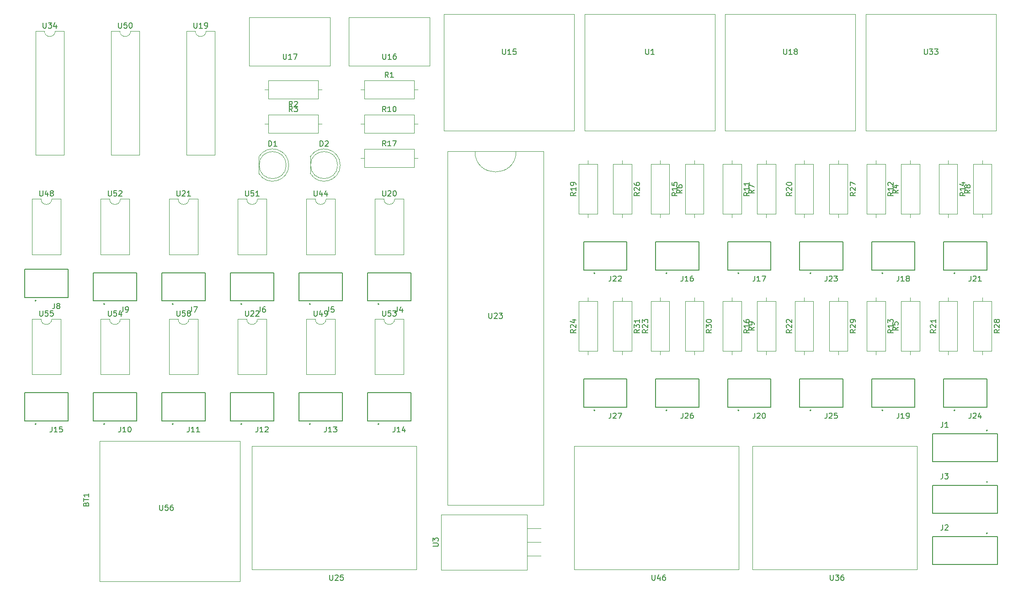
<source format=gto>
%TF.GenerationSoftware,KiCad,Pcbnew,(5.1.10)-1*%
%TF.CreationDate,2021-07-09T21:45:07-04:00*%
%TF.ProjectId,CaelusPCB,4361656c-7573-4504-9342-2e6b69636164,v02*%
%TF.SameCoordinates,Original*%
%TF.FileFunction,Legend,Top*%
%TF.FilePolarity,Positive*%
%FSLAX46Y46*%
G04 Gerber Fmt 4.6, Leading zero omitted, Abs format (unit mm)*
G04 Created by KiCad (PCBNEW (5.1.10)-1) date 2021-07-09 21:45:07*
%MOMM*%
%LPD*%
G01*
G04 APERTURE LIST*
%ADD10C,0.120000*%
%ADD11C,0.127000*%
%ADD12C,0.200000*%
%ADD13C,0.101600*%
%ADD14C,0.150000*%
G04 APERTURE END LIST*
D10*
%TO.C,U56*%
X94915000Y-113365000D02*
X94915000Y-139365000D01*
X94915000Y-113365000D02*
X68915000Y-113365000D01*
X68915000Y-113365000D02*
X68915000Y-139365000D01*
X94915000Y-139365000D02*
X68915000Y-139365000D01*
D11*
%TO.C,J3*%
X223222000Y-126730000D02*
X223222000Y-121530000D01*
X223222000Y-121530000D02*
X235248000Y-121530000D01*
X235248000Y-121530000D02*
X235248000Y-126730000D01*
X235248000Y-126730000D02*
X223222000Y-126730000D01*
D12*
X233348000Y-120930000D02*
G75*
G03*
X233348000Y-120930000I-100000J0D01*
G01*
D11*
%TO.C,J2*%
X223222000Y-136255000D02*
X223222000Y-131055000D01*
X223222000Y-131055000D02*
X235248000Y-131055000D01*
X235248000Y-131055000D02*
X235248000Y-136255000D01*
X235248000Y-136255000D02*
X223222000Y-136255000D01*
D12*
X233348000Y-130455000D02*
G75*
G03*
X233348000Y-130455000I-100000J0D01*
G01*
D11*
%TO.C,J1*%
X223222000Y-117205000D02*
X223222000Y-112005000D01*
X223222000Y-112005000D02*
X235248000Y-112005000D01*
X235248000Y-112005000D02*
X235248000Y-117205000D01*
X235248000Y-117205000D02*
X223222000Y-117205000D01*
D12*
X233348000Y-111405000D02*
G75*
G03*
X233348000Y-111405000I-100000J0D01*
G01*
D10*
%TO.C,R3*%
X110085000Y-54610000D02*
X109395000Y-54610000D01*
X99465000Y-54610000D02*
X100155000Y-54610000D01*
X109395000Y-52890000D02*
X100155000Y-52890000D01*
X109395000Y-56330000D02*
X109395000Y-52890000D01*
X100155000Y-56330000D02*
X109395000Y-56330000D01*
X100155000Y-52890000D02*
X100155000Y-56330000D01*
%TO.C,R17*%
X117935000Y-59240000D02*
X117935000Y-62680000D01*
X117935000Y-62680000D02*
X127175000Y-62680000D01*
X127175000Y-62680000D02*
X127175000Y-59240000D01*
X127175000Y-59240000D02*
X117935000Y-59240000D01*
X117245000Y-60960000D02*
X117935000Y-60960000D01*
X127865000Y-60960000D02*
X127175000Y-60960000D01*
%TO.C,R10*%
X117935000Y-52890000D02*
X117935000Y-56330000D01*
X117935000Y-56330000D02*
X127175000Y-56330000D01*
X127175000Y-56330000D02*
X127175000Y-52890000D01*
X127175000Y-52890000D02*
X117935000Y-52890000D01*
X117245000Y-54610000D02*
X117935000Y-54610000D01*
X127865000Y-54610000D02*
X127175000Y-54610000D01*
%TO.C,D2*%
X113480000Y-62229538D02*
G75*
G02*
X107930000Y-63774830I-2990000J-462D01*
G01*
X113480000Y-62230462D02*
G75*
G03*
X107930000Y-60685170I-2990000J462D01*
G01*
X112990000Y-62230000D02*
G75*
G03*
X112990000Y-62230000I-2500000J0D01*
G01*
X107930000Y-60685000D02*
X107930000Y-63775000D01*
%TO.C,D1*%
X103955000Y-62229538D02*
G75*
G02*
X98405000Y-63774830I-2990000J-462D01*
G01*
X103955000Y-62230462D02*
G75*
G03*
X98405000Y-60685170I-2990000J462D01*
G01*
X103465000Y-62230000D02*
G75*
G03*
X103465000Y-62230000I-2500000J0D01*
G01*
X98405000Y-60685000D02*
X98405000Y-63775000D01*
D13*
%TO.C,U23*%
X138430000Y-59690000D02*
G75*
G03*
X146050000Y-59690000I3810000J0D01*
G01*
X133350000Y-125170000D02*
X151130000Y-125170000D01*
X151130000Y-125170000D02*
X151130000Y-59690000D01*
X151130000Y-59690000D02*
X133350000Y-59690000D01*
X133350000Y-125170000D02*
X133350000Y-59690000D01*
D12*
%TO.C,J27*%
X160653000Y-107670000D02*
G75*
G03*
X160653000Y-107670000I-100000J0D01*
G01*
D11*
X158553000Y-101870000D02*
X166567000Y-101870000D01*
X158553000Y-107070000D02*
X158553000Y-101870000D01*
X166567000Y-107070000D02*
X158553000Y-107070000D01*
X166567000Y-101870000D02*
X166567000Y-107070000D01*
D12*
%TO.C,J26*%
X173988000Y-107670000D02*
G75*
G03*
X173988000Y-107670000I-100000J0D01*
G01*
D11*
X171888000Y-101870000D02*
X179902000Y-101870000D01*
X171888000Y-107070000D02*
X171888000Y-101870000D01*
X179902000Y-107070000D02*
X171888000Y-107070000D01*
X179902000Y-101870000D02*
X179902000Y-107070000D01*
D12*
%TO.C,J25*%
X200658000Y-107670000D02*
G75*
G03*
X200658000Y-107670000I-100000J0D01*
G01*
D11*
X198558000Y-101870000D02*
X206572000Y-101870000D01*
X198558000Y-107070000D02*
X198558000Y-101870000D01*
X206572000Y-107070000D02*
X198558000Y-107070000D01*
X206572000Y-101870000D02*
X206572000Y-107070000D01*
D12*
%TO.C,J24*%
X227328000Y-107670000D02*
G75*
G03*
X227328000Y-107670000I-100000J0D01*
G01*
D11*
X225228000Y-101870000D02*
X233242000Y-101870000D01*
X225228000Y-107070000D02*
X225228000Y-101870000D01*
X233242000Y-107070000D02*
X225228000Y-107070000D01*
X233242000Y-101870000D02*
X233242000Y-107070000D01*
D12*
%TO.C,J23*%
X200658000Y-82270000D02*
G75*
G03*
X200658000Y-82270000I-100000J0D01*
G01*
D11*
X198558000Y-76470000D02*
X206572000Y-76470000D01*
X198558000Y-81670000D02*
X198558000Y-76470000D01*
X206572000Y-81670000D02*
X198558000Y-81670000D01*
X206572000Y-76470000D02*
X206572000Y-81670000D01*
D12*
%TO.C,J22*%
X160653000Y-82270000D02*
G75*
G03*
X160653000Y-82270000I-100000J0D01*
G01*
D11*
X158553000Y-76470000D02*
X166567000Y-76470000D01*
X158553000Y-81670000D02*
X158553000Y-76470000D01*
X166567000Y-81670000D02*
X158553000Y-81670000D01*
X166567000Y-76470000D02*
X166567000Y-81670000D01*
D12*
%TO.C,J21*%
X227328000Y-82270000D02*
G75*
G03*
X227328000Y-82270000I-100000J0D01*
G01*
D11*
X225228000Y-76470000D02*
X233242000Y-76470000D01*
X225228000Y-81670000D02*
X225228000Y-76470000D01*
X233242000Y-81670000D02*
X225228000Y-81670000D01*
X233242000Y-76470000D02*
X233242000Y-81670000D01*
D12*
%TO.C,J20*%
X187323000Y-107670000D02*
G75*
G03*
X187323000Y-107670000I-100000J0D01*
G01*
D11*
X185223000Y-101870000D02*
X193237000Y-101870000D01*
X185223000Y-107070000D02*
X185223000Y-101870000D01*
X193237000Y-107070000D02*
X185223000Y-107070000D01*
X193237000Y-101870000D02*
X193237000Y-107070000D01*
D12*
%TO.C,J19*%
X213993000Y-107670000D02*
G75*
G03*
X213993000Y-107670000I-100000J0D01*
G01*
D11*
X211893000Y-101870000D02*
X219907000Y-101870000D01*
X211893000Y-107070000D02*
X211893000Y-101870000D01*
X219907000Y-107070000D02*
X211893000Y-107070000D01*
X219907000Y-101870000D02*
X219907000Y-107070000D01*
D12*
%TO.C,J18*%
X213993000Y-82270000D02*
G75*
G03*
X213993000Y-82270000I-100000J0D01*
G01*
D11*
X211893000Y-76470000D02*
X219907000Y-76470000D01*
X211893000Y-81670000D02*
X211893000Y-76470000D01*
X219907000Y-81670000D02*
X211893000Y-81670000D01*
X219907000Y-76470000D02*
X219907000Y-81670000D01*
D12*
%TO.C,J17*%
X187323000Y-82270000D02*
G75*
G03*
X187323000Y-82270000I-100000J0D01*
G01*
D11*
X185223000Y-76470000D02*
X193237000Y-76470000D01*
X185223000Y-81670000D02*
X185223000Y-76470000D01*
X193237000Y-81670000D02*
X185223000Y-81670000D01*
X193237000Y-76470000D02*
X193237000Y-81670000D01*
D12*
%TO.C,J16*%
X173988000Y-82270000D02*
G75*
G03*
X173988000Y-82270000I-100000J0D01*
G01*
D11*
X171888000Y-76470000D02*
X179902000Y-76470000D01*
X171888000Y-81670000D02*
X171888000Y-76470000D01*
X179902000Y-81670000D02*
X171888000Y-81670000D01*
X179902000Y-76470000D02*
X179902000Y-81670000D01*
%TO.C,J15*%
X63062000Y-104410000D02*
X63062000Y-109610000D01*
X63062000Y-109610000D02*
X55048000Y-109610000D01*
X55048000Y-109610000D02*
X55048000Y-104410000D01*
X55048000Y-104410000D02*
X63062000Y-104410000D01*
D12*
X57148000Y-110210000D02*
G75*
G03*
X57148000Y-110210000I-100000J0D01*
G01*
D11*
%TO.C,J14*%
X126562000Y-104410000D02*
X126562000Y-109610000D01*
X126562000Y-109610000D02*
X118548000Y-109610000D01*
X118548000Y-109610000D02*
X118548000Y-104410000D01*
X118548000Y-104410000D02*
X126562000Y-104410000D01*
D12*
X120648000Y-110210000D02*
G75*
G03*
X120648000Y-110210000I-100000J0D01*
G01*
D11*
%TO.C,J13*%
X113862000Y-104410000D02*
X113862000Y-109610000D01*
X113862000Y-109610000D02*
X105848000Y-109610000D01*
X105848000Y-109610000D02*
X105848000Y-104410000D01*
X105848000Y-104410000D02*
X113862000Y-104410000D01*
D12*
X107948000Y-110210000D02*
G75*
G03*
X107948000Y-110210000I-100000J0D01*
G01*
D11*
%TO.C,J12*%
X101162000Y-104410000D02*
X101162000Y-109610000D01*
X101162000Y-109610000D02*
X93148000Y-109610000D01*
X93148000Y-109610000D02*
X93148000Y-104410000D01*
X93148000Y-104410000D02*
X101162000Y-104410000D01*
D12*
X95248000Y-110210000D02*
G75*
G03*
X95248000Y-110210000I-100000J0D01*
G01*
D11*
%TO.C,J11*%
X88462000Y-104410000D02*
X88462000Y-109610000D01*
X88462000Y-109610000D02*
X80448000Y-109610000D01*
X80448000Y-109610000D02*
X80448000Y-104410000D01*
X80448000Y-104410000D02*
X88462000Y-104410000D01*
D12*
X82548000Y-110210000D02*
G75*
G03*
X82548000Y-110210000I-100000J0D01*
G01*
D11*
%TO.C,J10*%
X75762000Y-104410000D02*
X75762000Y-109610000D01*
X75762000Y-109610000D02*
X67748000Y-109610000D01*
X67748000Y-109610000D02*
X67748000Y-104410000D01*
X67748000Y-104410000D02*
X75762000Y-104410000D01*
D12*
X69848000Y-110210000D02*
G75*
G03*
X69848000Y-110210000I-100000J0D01*
G01*
D11*
%TO.C,J9*%
X75762000Y-82185000D02*
X75762000Y-87385000D01*
X75762000Y-87385000D02*
X67748000Y-87385000D01*
X67748000Y-87385000D02*
X67748000Y-82185000D01*
X67748000Y-82185000D02*
X75762000Y-82185000D01*
D12*
X69848000Y-87985000D02*
G75*
G03*
X69848000Y-87985000I-100000J0D01*
G01*
D11*
%TO.C,J8*%
X63062000Y-81550000D02*
X63062000Y-86750000D01*
X63062000Y-86750000D02*
X55048000Y-86750000D01*
X55048000Y-86750000D02*
X55048000Y-81550000D01*
X55048000Y-81550000D02*
X63062000Y-81550000D01*
D12*
X57148000Y-87350000D02*
G75*
G03*
X57148000Y-87350000I-100000J0D01*
G01*
D11*
%TO.C,J7*%
X88462000Y-82185000D02*
X88462000Y-87385000D01*
X88462000Y-87385000D02*
X80448000Y-87385000D01*
X80448000Y-87385000D02*
X80448000Y-82185000D01*
X80448000Y-82185000D02*
X88462000Y-82185000D01*
D12*
X82548000Y-87985000D02*
G75*
G03*
X82548000Y-87985000I-100000J0D01*
G01*
D11*
%TO.C,J6*%
X101162000Y-82185000D02*
X101162000Y-87385000D01*
X101162000Y-87385000D02*
X93148000Y-87385000D01*
X93148000Y-87385000D02*
X93148000Y-82185000D01*
X93148000Y-82185000D02*
X101162000Y-82185000D01*
D12*
X95248000Y-87985000D02*
G75*
G03*
X95248000Y-87985000I-100000J0D01*
G01*
D11*
%TO.C,J5*%
X113862000Y-82185000D02*
X113862000Y-87385000D01*
X113862000Y-87385000D02*
X105848000Y-87385000D01*
X105848000Y-87385000D02*
X105848000Y-82185000D01*
X105848000Y-82185000D02*
X113862000Y-82185000D01*
D12*
X107948000Y-87985000D02*
G75*
G03*
X107948000Y-87985000I-100000J0D01*
G01*
D11*
%TO.C,J4*%
X126562000Y-82185000D02*
X126562000Y-87385000D01*
X126562000Y-87385000D02*
X118548000Y-87385000D01*
X118548000Y-87385000D02*
X118548000Y-82185000D01*
X118548000Y-82185000D02*
X126562000Y-82185000D01*
D12*
X120648000Y-87985000D02*
G75*
G03*
X120648000Y-87985000I-100000J0D01*
G01*
D10*
%TO.C,U1*%
X158750000Y-34290000D02*
X158750000Y-55880000D01*
X158750000Y-34290000D02*
X182880000Y-34290000D01*
X182880000Y-34290000D02*
X182880000Y-55880000D01*
X158750000Y-55880000D02*
X182880000Y-55880000D01*
%TO.C,U18*%
X184785000Y-55880000D02*
X208915000Y-55880000D01*
X208915000Y-34290000D02*
X208915000Y-55880000D01*
X184785000Y-34290000D02*
X208915000Y-34290000D01*
X184785000Y-34290000D02*
X184785000Y-55880000D01*
%TO.C,U22*%
X99805000Y-90745000D02*
X98155000Y-90745000D01*
X99805000Y-101025000D02*
X99805000Y-90745000D01*
X94505000Y-101025000D02*
X99805000Y-101025000D01*
X94505000Y-90745000D02*
X94505000Y-101025000D01*
X96155000Y-90745000D02*
X94505000Y-90745000D01*
X98155000Y-90745000D02*
G75*
G02*
X96155000Y-90745000I-1000000J0D01*
G01*
%TO.C,U15*%
X132715000Y-34290000D02*
X132715000Y-55880000D01*
X132715000Y-34290000D02*
X156845000Y-34290000D01*
X156845000Y-34290000D02*
X156845000Y-55880000D01*
X132715000Y-55880000D02*
X156845000Y-55880000D01*
%TO.C,U58*%
X83455000Y-90745000D02*
X81805000Y-90745000D01*
X81805000Y-90745000D02*
X81805000Y-101025000D01*
X81805000Y-101025000D02*
X87105000Y-101025000D01*
X87105000Y-101025000D02*
X87105000Y-90745000D01*
X87105000Y-90745000D02*
X85455000Y-90745000D01*
X85455000Y-90745000D02*
G75*
G02*
X83455000Y-90745000I-1000000J0D01*
G01*
%TO.C,U33*%
X210820000Y-55880000D02*
X234950000Y-55880000D01*
X234950000Y-34290000D02*
X234950000Y-55880000D01*
X210820000Y-34290000D02*
X234950000Y-34290000D01*
X210820000Y-34290000D02*
X210820000Y-55880000D01*
%TO.C,U54*%
X70755000Y-90745000D02*
X69105000Y-90745000D01*
X69105000Y-90745000D02*
X69105000Y-101025000D01*
X69105000Y-101025000D02*
X74405000Y-101025000D01*
X74405000Y-101025000D02*
X74405000Y-90745000D01*
X74405000Y-90745000D02*
X72755000Y-90745000D01*
X72755000Y-90745000D02*
G75*
G02*
X70755000Y-90745000I-1000000J0D01*
G01*
%TO.C,U46*%
X156845000Y-114300000D02*
X187325000Y-114300000D01*
X156845000Y-114300000D02*
X156845000Y-137160000D01*
X187325000Y-137160000D02*
X156845000Y-137160000D01*
X187325000Y-114300000D02*
X187325000Y-137160000D01*
%TO.C,R1*%
X127865000Y-48260000D02*
X127175000Y-48260000D01*
X117245000Y-48260000D02*
X117935000Y-48260000D01*
X127175000Y-46540000D02*
X117935000Y-46540000D01*
X127175000Y-49980000D02*
X127175000Y-46540000D01*
X117935000Y-49980000D02*
X127175000Y-49980000D01*
X117935000Y-46540000D02*
X117935000Y-49980000D01*
%TO.C,R2*%
X109395000Y-49980000D02*
X109395000Y-46540000D01*
X109395000Y-46540000D02*
X100155000Y-46540000D01*
X100155000Y-46540000D02*
X100155000Y-49980000D01*
X100155000Y-49980000D02*
X109395000Y-49980000D01*
X110085000Y-48260000D02*
X109395000Y-48260000D01*
X99465000Y-48260000D02*
X100155000Y-48260000D01*
%TO.C,R4*%
X219075000Y-61365000D02*
X219075000Y-62055000D01*
X219075000Y-71985000D02*
X219075000Y-71295000D01*
X217355000Y-62055000D02*
X217355000Y-71295000D01*
X220795000Y-62055000D02*
X217355000Y-62055000D01*
X220795000Y-71295000D02*
X220795000Y-62055000D01*
X217355000Y-71295000D02*
X220795000Y-71295000D01*
%TO.C,R5*%
X219075000Y-86765000D02*
X219075000Y-87455000D01*
X219075000Y-97385000D02*
X219075000Y-96695000D01*
X217355000Y-87455000D02*
X217355000Y-96695000D01*
X220795000Y-87455000D02*
X217355000Y-87455000D01*
X220795000Y-96695000D02*
X220795000Y-87455000D01*
X217355000Y-96695000D02*
X220795000Y-96695000D01*
%TO.C,R6*%
X177350000Y-71295000D02*
X180790000Y-71295000D01*
X180790000Y-71295000D02*
X180790000Y-62055000D01*
X180790000Y-62055000D02*
X177350000Y-62055000D01*
X177350000Y-62055000D02*
X177350000Y-71295000D01*
X179070000Y-71985000D02*
X179070000Y-71295000D01*
X179070000Y-61365000D02*
X179070000Y-62055000D01*
%TO.C,R7*%
X192405000Y-61365000D02*
X192405000Y-62055000D01*
X192405000Y-71985000D02*
X192405000Y-71295000D01*
X190685000Y-62055000D02*
X190685000Y-71295000D01*
X194125000Y-62055000D02*
X190685000Y-62055000D01*
X194125000Y-71295000D02*
X194125000Y-62055000D01*
X190685000Y-71295000D02*
X194125000Y-71295000D01*
%TO.C,R8*%
X232410000Y-61365000D02*
X232410000Y-62055000D01*
X232410000Y-71985000D02*
X232410000Y-71295000D01*
X230690000Y-62055000D02*
X230690000Y-71295000D01*
X234130000Y-62055000D02*
X230690000Y-62055000D01*
X234130000Y-71295000D02*
X234130000Y-62055000D01*
X230690000Y-71295000D02*
X234130000Y-71295000D01*
%TO.C,R9*%
X190685000Y-96695000D02*
X194125000Y-96695000D01*
X194125000Y-96695000D02*
X194125000Y-87455000D01*
X194125000Y-87455000D02*
X190685000Y-87455000D01*
X190685000Y-87455000D02*
X190685000Y-96695000D01*
X192405000Y-97385000D02*
X192405000Y-96695000D01*
X192405000Y-86765000D02*
X192405000Y-87455000D01*
%TO.C,R11*%
X187775000Y-62055000D02*
X184335000Y-62055000D01*
X184335000Y-62055000D02*
X184335000Y-71295000D01*
X184335000Y-71295000D02*
X187775000Y-71295000D01*
X187775000Y-71295000D02*
X187775000Y-62055000D01*
X186055000Y-61365000D02*
X186055000Y-62055000D01*
X186055000Y-71985000D02*
X186055000Y-71295000D01*
%TO.C,R12*%
X214445000Y-62055000D02*
X211005000Y-62055000D01*
X211005000Y-62055000D02*
X211005000Y-71295000D01*
X211005000Y-71295000D02*
X214445000Y-71295000D01*
X214445000Y-71295000D02*
X214445000Y-62055000D01*
X212725000Y-61365000D02*
X212725000Y-62055000D01*
X212725000Y-71985000D02*
X212725000Y-71295000D01*
%TO.C,R13*%
X214445000Y-87455000D02*
X211005000Y-87455000D01*
X211005000Y-87455000D02*
X211005000Y-96695000D01*
X211005000Y-96695000D02*
X214445000Y-96695000D01*
X214445000Y-96695000D02*
X214445000Y-87455000D01*
X212725000Y-86765000D02*
X212725000Y-87455000D01*
X212725000Y-97385000D02*
X212725000Y-96695000D01*
%TO.C,R14*%
X227780000Y-62055000D02*
X224340000Y-62055000D01*
X224340000Y-62055000D02*
X224340000Y-71295000D01*
X224340000Y-71295000D02*
X227780000Y-71295000D01*
X227780000Y-71295000D02*
X227780000Y-62055000D01*
X226060000Y-61365000D02*
X226060000Y-62055000D01*
X226060000Y-71985000D02*
X226060000Y-71295000D01*
%TO.C,R15*%
X172720000Y-71985000D02*
X172720000Y-71295000D01*
X172720000Y-61365000D02*
X172720000Y-62055000D01*
X174440000Y-71295000D02*
X174440000Y-62055000D01*
X171000000Y-71295000D02*
X174440000Y-71295000D01*
X171000000Y-62055000D02*
X171000000Y-71295000D01*
X174440000Y-62055000D02*
X171000000Y-62055000D01*
%TO.C,R16*%
X186055000Y-97385000D02*
X186055000Y-96695000D01*
X186055000Y-86765000D02*
X186055000Y-87455000D01*
X187775000Y-96695000D02*
X187775000Y-87455000D01*
X184335000Y-96695000D02*
X187775000Y-96695000D01*
X184335000Y-87455000D02*
X184335000Y-96695000D01*
X187775000Y-87455000D02*
X184335000Y-87455000D01*
%TO.C,R19*%
X157665000Y-71295000D02*
X161105000Y-71295000D01*
X161105000Y-71295000D02*
X161105000Y-62055000D01*
X161105000Y-62055000D02*
X157665000Y-62055000D01*
X157665000Y-62055000D02*
X157665000Y-71295000D01*
X159385000Y-71985000D02*
X159385000Y-71295000D01*
X159385000Y-61365000D02*
X159385000Y-62055000D01*
%TO.C,R20*%
X199390000Y-61365000D02*
X199390000Y-62055000D01*
X199390000Y-71985000D02*
X199390000Y-71295000D01*
X197670000Y-62055000D02*
X197670000Y-71295000D01*
X201110000Y-62055000D02*
X197670000Y-62055000D01*
X201110000Y-71295000D02*
X201110000Y-62055000D01*
X197670000Y-71295000D02*
X201110000Y-71295000D01*
%TO.C,R21*%
X226060000Y-86765000D02*
X226060000Y-87455000D01*
X226060000Y-97385000D02*
X226060000Y-96695000D01*
X224340000Y-87455000D02*
X224340000Y-96695000D01*
X227780000Y-87455000D02*
X224340000Y-87455000D01*
X227780000Y-96695000D02*
X227780000Y-87455000D01*
X224340000Y-96695000D02*
X227780000Y-96695000D01*
%TO.C,R22*%
X199390000Y-86765000D02*
X199390000Y-87455000D01*
X199390000Y-97385000D02*
X199390000Y-96695000D01*
X197670000Y-87455000D02*
X197670000Y-96695000D01*
X201110000Y-87455000D02*
X197670000Y-87455000D01*
X201110000Y-96695000D02*
X201110000Y-87455000D01*
X197670000Y-96695000D02*
X201110000Y-96695000D01*
%TO.C,R23*%
X171000000Y-96695000D02*
X174440000Y-96695000D01*
X174440000Y-96695000D02*
X174440000Y-87455000D01*
X174440000Y-87455000D02*
X171000000Y-87455000D01*
X171000000Y-87455000D02*
X171000000Y-96695000D01*
X172720000Y-97385000D02*
X172720000Y-96695000D01*
X172720000Y-86765000D02*
X172720000Y-87455000D01*
%TO.C,R24*%
X157665000Y-96695000D02*
X161105000Y-96695000D01*
X161105000Y-96695000D02*
X161105000Y-87455000D01*
X161105000Y-87455000D02*
X157665000Y-87455000D01*
X157665000Y-87455000D02*
X157665000Y-96695000D01*
X159385000Y-97385000D02*
X159385000Y-96695000D01*
X159385000Y-86765000D02*
X159385000Y-87455000D01*
%TO.C,R26*%
X165735000Y-71985000D02*
X165735000Y-71295000D01*
X165735000Y-61365000D02*
X165735000Y-62055000D01*
X167455000Y-71295000D02*
X167455000Y-62055000D01*
X164015000Y-71295000D02*
X167455000Y-71295000D01*
X164015000Y-62055000D02*
X164015000Y-71295000D01*
X167455000Y-62055000D02*
X164015000Y-62055000D01*
%TO.C,R27*%
X207460000Y-62055000D02*
X204020000Y-62055000D01*
X204020000Y-62055000D02*
X204020000Y-71295000D01*
X204020000Y-71295000D02*
X207460000Y-71295000D01*
X207460000Y-71295000D02*
X207460000Y-62055000D01*
X205740000Y-61365000D02*
X205740000Y-62055000D01*
X205740000Y-71985000D02*
X205740000Y-71295000D01*
%TO.C,R28*%
X234130000Y-87455000D02*
X230690000Y-87455000D01*
X230690000Y-87455000D02*
X230690000Y-96695000D01*
X230690000Y-96695000D02*
X234130000Y-96695000D01*
X234130000Y-96695000D02*
X234130000Y-87455000D01*
X232410000Y-86765000D02*
X232410000Y-87455000D01*
X232410000Y-97385000D02*
X232410000Y-96695000D01*
%TO.C,R29*%
X205740000Y-97385000D02*
X205740000Y-96695000D01*
X205740000Y-86765000D02*
X205740000Y-87455000D01*
X207460000Y-96695000D02*
X207460000Y-87455000D01*
X204020000Y-96695000D02*
X207460000Y-96695000D01*
X204020000Y-87455000D02*
X204020000Y-96695000D01*
X207460000Y-87455000D02*
X204020000Y-87455000D01*
%TO.C,R30*%
X179070000Y-97385000D02*
X179070000Y-96695000D01*
X179070000Y-86765000D02*
X179070000Y-87455000D01*
X180790000Y-96695000D02*
X180790000Y-87455000D01*
X177350000Y-96695000D02*
X180790000Y-96695000D01*
X177350000Y-87455000D02*
X177350000Y-96695000D01*
X180790000Y-87455000D02*
X177350000Y-87455000D01*
%TO.C,R31*%
X165735000Y-97385000D02*
X165735000Y-96695000D01*
X165735000Y-86765000D02*
X165735000Y-87455000D01*
X167455000Y-96695000D02*
X167455000Y-87455000D01*
X164015000Y-96695000D02*
X167455000Y-96695000D01*
X164015000Y-87455000D02*
X164015000Y-96695000D01*
X167455000Y-87455000D02*
X164015000Y-87455000D01*
%TO.C,U3*%
X148075000Y-137200000D02*
X148075000Y-126960000D01*
X132185000Y-137200000D02*
X132185000Y-126960000D01*
X132185000Y-137200000D02*
X148075000Y-137200000D01*
X132185000Y-126960000D02*
X148075000Y-126960000D01*
X148075000Y-134620000D02*
X150615000Y-134620000D01*
X148075000Y-132080000D02*
X150615000Y-132080000D01*
X148075000Y-129540000D02*
X150615000Y-129540000D01*
%TO.C,U16*%
X130048000Y-43870000D02*
X130048000Y-34870000D01*
X115062000Y-34870000D02*
X130048000Y-34870000D01*
X115062000Y-43870000D02*
X115062000Y-34870000D01*
X115062000Y-43870000D02*
X130048000Y-43870000D01*
%TO.C,U17*%
X96647000Y-43870000D02*
X111633000Y-43870000D01*
X96647000Y-43870000D02*
X96647000Y-34870000D01*
X96647000Y-34870000D02*
X111633000Y-34870000D01*
X111633000Y-43870000D02*
X111633000Y-34870000D01*
%TO.C,U19*%
X86630000Y-37405000D02*
X84980000Y-37405000D01*
X84980000Y-37405000D02*
X84980000Y-60385000D01*
X84980000Y-60385000D02*
X90280000Y-60385000D01*
X90280000Y-60385000D02*
X90280000Y-37405000D01*
X90280000Y-37405000D02*
X88630000Y-37405000D01*
X88630000Y-37405000D02*
G75*
G02*
X86630000Y-37405000I-1000000J0D01*
G01*
%TO.C,U20*%
X121555000Y-68520000D02*
X119905000Y-68520000D01*
X119905000Y-68520000D02*
X119905000Y-78800000D01*
X119905000Y-78800000D02*
X125205000Y-78800000D01*
X125205000Y-78800000D02*
X125205000Y-68520000D01*
X125205000Y-68520000D02*
X123555000Y-68520000D01*
X123555000Y-68520000D02*
G75*
G02*
X121555000Y-68520000I-1000000J0D01*
G01*
%TO.C,U21*%
X87105000Y-68520000D02*
X85455000Y-68520000D01*
X87105000Y-78800000D02*
X87105000Y-68520000D01*
X81805000Y-78800000D02*
X87105000Y-78800000D01*
X81805000Y-68520000D02*
X81805000Y-78800000D01*
X83455000Y-68520000D02*
X81805000Y-68520000D01*
X85455000Y-68520000D02*
G75*
G02*
X83455000Y-68520000I-1000000J0D01*
G01*
%TO.C,U25*%
X97155000Y-114300000D02*
X127635000Y-114300000D01*
X97155000Y-114300000D02*
X97155000Y-137160000D01*
X127635000Y-137160000D02*
X97155000Y-137160000D01*
X127635000Y-114300000D02*
X127635000Y-137160000D01*
%TO.C,U34*%
X58690000Y-37405000D02*
X57040000Y-37405000D01*
X57040000Y-37405000D02*
X57040000Y-60385000D01*
X57040000Y-60385000D02*
X62340000Y-60385000D01*
X62340000Y-60385000D02*
X62340000Y-37405000D01*
X62340000Y-37405000D02*
X60690000Y-37405000D01*
X60690000Y-37405000D02*
G75*
G02*
X58690000Y-37405000I-1000000J0D01*
G01*
%TO.C,U36*%
X220345000Y-114300000D02*
X220345000Y-137160000D01*
X220345000Y-137160000D02*
X189865000Y-137160000D01*
X189865000Y-114300000D02*
X189865000Y-137160000D01*
X189865000Y-114300000D02*
X220345000Y-114300000D01*
%TO.C,U44*%
X112505000Y-68520000D02*
X110855000Y-68520000D01*
X112505000Y-78800000D02*
X112505000Y-68520000D01*
X107205000Y-78800000D02*
X112505000Y-78800000D01*
X107205000Y-68520000D02*
X107205000Y-78800000D01*
X108855000Y-68520000D02*
X107205000Y-68520000D01*
X110855000Y-68520000D02*
G75*
G02*
X108855000Y-68520000I-1000000J0D01*
G01*
%TO.C,U48*%
X58055000Y-68520000D02*
X56405000Y-68520000D01*
X56405000Y-68520000D02*
X56405000Y-78800000D01*
X56405000Y-78800000D02*
X61705000Y-78800000D01*
X61705000Y-78800000D02*
X61705000Y-68520000D01*
X61705000Y-68520000D02*
X60055000Y-68520000D01*
X60055000Y-68520000D02*
G75*
G02*
X58055000Y-68520000I-1000000J0D01*
G01*
%TO.C,U49*%
X108855000Y-90745000D02*
X107205000Y-90745000D01*
X107205000Y-90745000D02*
X107205000Y-101025000D01*
X107205000Y-101025000D02*
X112505000Y-101025000D01*
X112505000Y-101025000D02*
X112505000Y-90745000D01*
X112505000Y-90745000D02*
X110855000Y-90745000D01*
X110855000Y-90745000D02*
G75*
G02*
X108855000Y-90745000I-1000000J0D01*
G01*
%TO.C,U50*%
X76310000Y-37405000D02*
X74660000Y-37405000D01*
X76310000Y-60385000D02*
X76310000Y-37405000D01*
X71010000Y-60385000D02*
X76310000Y-60385000D01*
X71010000Y-37405000D02*
X71010000Y-60385000D01*
X72660000Y-37405000D02*
X71010000Y-37405000D01*
X74660000Y-37405000D02*
G75*
G02*
X72660000Y-37405000I-1000000J0D01*
G01*
%TO.C,U51*%
X96155000Y-68520000D02*
X94505000Y-68520000D01*
X94505000Y-68520000D02*
X94505000Y-78800000D01*
X94505000Y-78800000D02*
X99805000Y-78800000D01*
X99805000Y-78800000D02*
X99805000Y-68520000D01*
X99805000Y-68520000D02*
X98155000Y-68520000D01*
X98155000Y-68520000D02*
G75*
G02*
X96155000Y-68520000I-1000000J0D01*
G01*
%TO.C,U52*%
X74405000Y-68520000D02*
X72755000Y-68520000D01*
X74405000Y-78800000D02*
X74405000Y-68520000D01*
X69105000Y-78800000D02*
X74405000Y-78800000D01*
X69105000Y-68520000D02*
X69105000Y-78800000D01*
X70755000Y-68520000D02*
X69105000Y-68520000D01*
X72755000Y-68520000D02*
G75*
G02*
X70755000Y-68520000I-1000000J0D01*
G01*
%TO.C,U53*%
X125205000Y-90745000D02*
X123555000Y-90745000D01*
X125205000Y-101025000D02*
X125205000Y-90745000D01*
X119905000Y-101025000D02*
X125205000Y-101025000D01*
X119905000Y-90745000D02*
X119905000Y-101025000D01*
X121555000Y-90745000D02*
X119905000Y-90745000D01*
X123555000Y-90745000D02*
G75*
G02*
X121555000Y-90745000I-1000000J0D01*
G01*
%TO.C,U55*%
X61705000Y-90745000D02*
X60055000Y-90745000D01*
X61705000Y-101025000D02*
X61705000Y-90745000D01*
X56405000Y-101025000D02*
X61705000Y-101025000D01*
X56405000Y-90745000D02*
X56405000Y-101025000D01*
X58055000Y-90745000D02*
X56405000Y-90745000D01*
X60055000Y-90745000D02*
G75*
G02*
X58055000Y-90745000I-1000000J0D01*
G01*
%TO.C,U56*%
D14*
X80041904Y-125182380D02*
X80041904Y-125991904D01*
X80089523Y-126087142D01*
X80137142Y-126134761D01*
X80232380Y-126182380D01*
X80422857Y-126182380D01*
X80518095Y-126134761D01*
X80565714Y-126087142D01*
X80613333Y-125991904D01*
X80613333Y-125182380D01*
X81565714Y-125182380D02*
X81089523Y-125182380D01*
X81041904Y-125658571D01*
X81089523Y-125610952D01*
X81184761Y-125563333D01*
X81422857Y-125563333D01*
X81518095Y-125610952D01*
X81565714Y-125658571D01*
X81613333Y-125753809D01*
X81613333Y-125991904D01*
X81565714Y-126087142D01*
X81518095Y-126134761D01*
X81422857Y-126182380D01*
X81184761Y-126182380D01*
X81089523Y-126134761D01*
X81041904Y-126087142D01*
X82470476Y-125182380D02*
X82280000Y-125182380D01*
X82184761Y-125230000D01*
X82137142Y-125277619D01*
X82041904Y-125420476D01*
X81994285Y-125610952D01*
X81994285Y-125991904D01*
X82041904Y-126087142D01*
X82089523Y-126134761D01*
X82184761Y-126182380D01*
X82375238Y-126182380D01*
X82470476Y-126134761D01*
X82518095Y-126087142D01*
X82565714Y-125991904D01*
X82565714Y-125753809D01*
X82518095Y-125658571D01*
X82470476Y-125610952D01*
X82375238Y-125563333D01*
X82184761Y-125563333D01*
X82089523Y-125610952D01*
X82041904Y-125658571D01*
X81994285Y-125753809D01*
%TO.C,J3*%
X225063666Y-119347380D02*
X225063666Y-120061666D01*
X225016047Y-120204523D01*
X224920809Y-120299761D01*
X224777952Y-120347380D01*
X224682714Y-120347380D01*
X225444619Y-119347380D02*
X226063666Y-119347380D01*
X225730333Y-119728333D01*
X225873190Y-119728333D01*
X225968428Y-119775952D01*
X226016047Y-119823571D01*
X226063666Y-119918809D01*
X226063666Y-120156904D01*
X226016047Y-120252142D01*
X225968428Y-120299761D01*
X225873190Y-120347380D01*
X225587476Y-120347380D01*
X225492238Y-120299761D01*
X225444619Y-120252142D01*
%TO.C,J2*%
X225063666Y-128872380D02*
X225063666Y-129586666D01*
X225016047Y-129729523D01*
X224920809Y-129824761D01*
X224777952Y-129872380D01*
X224682714Y-129872380D01*
X225492238Y-128967619D02*
X225539857Y-128920000D01*
X225635095Y-128872380D01*
X225873190Y-128872380D01*
X225968428Y-128920000D01*
X226016047Y-128967619D01*
X226063666Y-129062857D01*
X226063666Y-129158095D01*
X226016047Y-129300952D01*
X225444619Y-129872380D01*
X226063666Y-129872380D01*
%TO.C,J1*%
X225063666Y-109822380D02*
X225063666Y-110536666D01*
X225016047Y-110679523D01*
X224920809Y-110774761D01*
X224777952Y-110822380D01*
X224682714Y-110822380D01*
X226063666Y-110822380D02*
X225492238Y-110822380D01*
X225777952Y-110822380D02*
X225777952Y-109822380D01*
X225682714Y-109965238D01*
X225587476Y-110060476D01*
X225492238Y-110108095D01*
%TO.C,R3*%
X104608333Y-52342380D02*
X104275000Y-51866190D01*
X104036904Y-52342380D02*
X104036904Y-51342380D01*
X104417857Y-51342380D01*
X104513095Y-51390000D01*
X104560714Y-51437619D01*
X104608333Y-51532857D01*
X104608333Y-51675714D01*
X104560714Y-51770952D01*
X104513095Y-51818571D01*
X104417857Y-51866190D01*
X104036904Y-51866190D01*
X104941666Y-51342380D02*
X105560714Y-51342380D01*
X105227380Y-51723333D01*
X105370238Y-51723333D01*
X105465476Y-51770952D01*
X105513095Y-51818571D01*
X105560714Y-51913809D01*
X105560714Y-52151904D01*
X105513095Y-52247142D01*
X105465476Y-52294761D01*
X105370238Y-52342380D01*
X105084523Y-52342380D01*
X104989285Y-52294761D01*
X104941666Y-52247142D01*
%TO.C,R17*%
X121912142Y-58692380D02*
X121578809Y-58216190D01*
X121340714Y-58692380D02*
X121340714Y-57692380D01*
X121721666Y-57692380D01*
X121816904Y-57740000D01*
X121864523Y-57787619D01*
X121912142Y-57882857D01*
X121912142Y-58025714D01*
X121864523Y-58120952D01*
X121816904Y-58168571D01*
X121721666Y-58216190D01*
X121340714Y-58216190D01*
X122864523Y-58692380D02*
X122293095Y-58692380D01*
X122578809Y-58692380D02*
X122578809Y-57692380D01*
X122483571Y-57835238D01*
X122388333Y-57930476D01*
X122293095Y-57978095D01*
X123197857Y-57692380D02*
X123864523Y-57692380D01*
X123435952Y-58692380D01*
%TO.C,R10*%
X121912142Y-52342380D02*
X121578809Y-51866190D01*
X121340714Y-52342380D02*
X121340714Y-51342380D01*
X121721666Y-51342380D01*
X121816904Y-51390000D01*
X121864523Y-51437619D01*
X121912142Y-51532857D01*
X121912142Y-51675714D01*
X121864523Y-51770952D01*
X121816904Y-51818571D01*
X121721666Y-51866190D01*
X121340714Y-51866190D01*
X122864523Y-52342380D02*
X122293095Y-52342380D01*
X122578809Y-52342380D02*
X122578809Y-51342380D01*
X122483571Y-51485238D01*
X122388333Y-51580476D01*
X122293095Y-51628095D01*
X123483571Y-51342380D02*
X123578809Y-51342380D01*
X123674047Y-51390000D01*
X123721666Y-51437619D01*
X123769285Y-51532857D01*
X123816904Y-51723333D01*
X123816904Y-51961428D01*
X123769285Y-52151904D01*
X123721666Y-52247142D01*
X123674047Y-52294761D01*
X123578809Y-52342380D01*
X123483571Y-52342380D01*
X123388333Y-52294761D01*
X123340714Y-52247142D01*
X123293095Y-52151904D01*
X123245476Y-51961428D01*
X123245476Y-51723333D01*
X123293095Y-51532857D01*
X123340714Y-51437619D01*
X123388333Y-51390000D01*
X123483571Y-51342380D01*
%TO.C,D2*%
X109751904Y-58722380D02*
X109751904Y-57722380D01*
X109990000Y-57722380D01*
X110132857Y-57770000D01*
X110228095Y-57865238D01*
X110275714Y-57960476D01*
X110323333Y-58150952D01*
X110323333Y-58293809D01*
X110275714Y-58484285D01*
X110228095Y-58579523D01*
X110132857Y-58674761D01*
X109990000Y-58722380D01*
X109751904Y-58722380D01*
X110704285Y-57817619D02*
X110751904Y-57770000D01*
X110847142Y-57722380D01*
X111085238Y-57722380D01*
X111180476Y-57770000D01*
X111228095Y-57817619D01*
X111275714Y-57912857D01*
X111275714Y-58008095D01*
X111228095Y-58150952D01*
X110656666Y-58722380D01*
X111275714Y-58722380D01*
%TO.C,D1*%
X100226904Y-58722380D02*
X100226904Y-57722380D01*
X100465000Y-57722380D01*
X100607857Y-57770000D01*
X100703095Y-57865238D01*
X100750714Y-57960476D01*
X100798333Y-58150952D01*
X100798333Y-58293809D01*
X100750714Y-58484285D01*
X100703095Y-58579523D01*
X100607857Y-58674761D01*
X100465000Y-58722380D01*
X100226904Y-58722380D01*
X101750714Y-58722380D02*
X101179285Y-58722380D01*
X101465000Y-58722380D02*
X101465000Y-57722380D01*
X101369761Y-57865238D01*
X101274523Y-57960476D01*
X101179285Y-58008095D01*
%TO.C,U23*%
X141001904Y-89622380D02*
X141001904Y-90431904D01*
X141049523Y-90527142D01*
X141097142Y-90574761D01*
X141192380Y-90622380D01*
X141382857Y-90622380D01*
X141478095Y-90574761D01*
X141525714Y-90527142D01*
X141573333Y-90431904D01*
X141573333Y-89622380D01*
X142001904Y-89717619D02*
X142049523Y-89670000D01*
X142144761Y-89622380D01*
X142382857Y-89622380D01*
X142478095Y-89670000D01*
X142525714Y-89717619D01*
X142573333Y-89812857D01*
X142573333Y-89908095D01*
X142525714Y-90050952D01*
X141954285Y-90622380D01*
X142573333Y-90622380D01*
X142906666Y-89622380D02*
X143525714Y-89622380D01*
X143192380Y-90003333D01*
X143335238Y-90003333D01*
X143430476Y-90050952D01*
X143478095Y-90098571D01*
X143525714Y-90193809D01*
X143525714Y-90431904D01*
X143478095Y-90527142D01*
X143430476Y-90574761D01*
X143335238Y-90622380D01*
X143049523Y-90622380D01*
X142954285Y-90574761D01*
X142906666Y-90527142D01*
%TO.C,J27*%
X163582476Y-108157380D02*
X163582476Y-108871666D01*
X163534857Y-109014523D01*
X163439619Y-109109761D01*
X163296761Y-109157380D01*
X163201523Y-109157380D01*
X164011047Y-108252619D02*
X164058666Y-108205000D01*
X164153904Y-108157380D01*
X164392000Y-108157380D01*
X164487238Y-108205000D01*
X164534857Y-108252619D01*
X164582476Y-108347857D01*
X164582476Y-108443095D01*
X164534857Y-108585952D01*
X163963428Y-109157380D01*
X164582476Y-109157380D01*
X164915809Y-108157380D02*
X165582476Y-108157380D01*
X165153904Y-109157380D01*
%TO.C,J26*%
X176917476Y-108157380D02*
X176917476Y-108871666D01*
X176869857Y-109014523D01*
X176774619Y-109109761D01*
X176631761Y-109157380D01*
X176536523Y-109157380D01*
X177346047Y-108252619D02*
X177393666Y-108205000D01*
X177488904Y-108157380D01*
X177727000Y-108157380D01*
X177822238Y-108205000D01*
X177869857Y-108252619D01*
X177917476Y-108347857D01*
X177917476Y-108443095D01*
X177869857Y-108585952D01*
X177298428Y-109157380D01*
X177917476Y-109157380D01*
X178774619Y-108157380D02*
X178584142Y-108157380D01*
X178488904Y-108205000D01*
X178441285Y-108252619D01*
X178346047Y-108395476D01*
X178298428Y-108585952D01*
X178298428Y-108966904D01*
X178346047Y-109062142D01*
X178393666Y-109109761D01*
X178488904Y-109157380D01*
X178679380Y-109157380D01*
X178774619Y-109109761D01*
X178822238Y-109062142D01*
X178869857Y-108966904D01*
X178869857Y-108728809D01*
X178822238Y-108633571D01*
X178774619Y-108585952D01*
X178679380Y-108538333D01*
X178488904Y-108538333D01*
X178393666Y-108585952D01*
X178346047Y-108633571D01*
X178298428Y-108728809D01*
%TO.C,J25*%
X203587476Y-108157380D02*
X203587476Y-108871666D01*
X203539857Y-109014523D01*
X203444619Y-109109761D01*
X203301761Y-109157380D01*
X203206523Y-109157380D01*
X204016047Y-108252619D02*
X204063666Y-108205000D01*
X204158904Y-108157380D01*
X204397000Y-108157380D01*
X204492238Y-108205000D01*
X204539857Y-108252619D01*
X204587476Y-108347857D01*
X204587476Y-108443095D01*
X204539857Y-108585952D01*
X203968428Y-109157380D01*
X204587476Y-109157380D01*
X205492238Y-108157380D02*
X205016047Y-108157380D01*
X204968428Y-108633571D01*
X205016047Y-108585952D01*
X205111285Y-108538333D01*
X205349380Y-108538333D01*
X205444619Y-108585952D01*
X205492238Y-108633571D01*
X205539857Y-108728809D01*
X205539857Y-108966904D01*
X205492238Y-109062142D01*
X205444619Y-109109761D01*
X205349380Y-109157380D01*
X205111285Y-109157380D01*
X205016047Y-109109761D01*
X204968428Y-109062142D01*
%TO.C,J24*%
X230257476Y-108157380D02*
X230257476Y-108871666D01*
X230209857Y-109014523D01*
X230114619Y-109109761D01*
X229971761Y-109157380D01*
X229876523Y-109157380D01*
X230686047Y-108252619D02*
X230733666Y-108205000D01*
X230828904Y-108157380D01*
X231067000Y-108157380D01*
X231162238Y-108205000D01*
X231209857Y-108252619D01*
X231257476Y-108347857D01*
X231257476Y-108443095D01*
X231209857Y-108585952D01*
X230638428Y-109157380D01*
X231257476Y-109157380D01*
X232114619Y-108490714D02*
X232114619Y-109157380D01*
X231876523Y-108109761D02*
X231638428Y-108824047D01*
X232257476Y-108824047D01*
%TO.C,J23*%
X203587476Y-82757380D02*
X203587476Y-83471666D01*
X203539857Y-83614523D01*
X203444619Y-83709761D01*
X203301761Y-83757380D01*
X203206523Y-83757380D01*
X204016047Y-82852619D02*
X204063666Y-82805000D01*
X204158904Y-82757380D01*
X204397000Y-82757380D01*
X204492238Y-82805000D01*
X204539857Y-82852619D01*
X204587476Y-82947857D01*
X204587476Y-83043095D01*
X204539857Y-83185952D01*
X203968428Y-83757380D01*
X204587476Y-83757380D01*
X204920809Y-82757380D02*
X205539857Y-82757380D01*
X205206523Y-83138333D01*
X205349380Y-83138333D01*
X205444619Y-83185952D01*
X205492238Y-83233571D01*
X205539857Y-83328809D01*
X205539857Y-83566904D01*
X205492238Y-83662142D01*
X205444619Y-83709761D01*
X205349380Y-83757380D01*
X205063666Y-83757380D01*
X204968428Y-83709761D01*
X204920809Y-83662142D01*
%TO.C,J22*%
X163582476Y-82757380D02*
X163582476Y-83471666D01*
X163534857Y-83614523D01*
X163439619Y-83709761D01*
X163296761Y-83757380D01*
X163201523Y-83757380D01*
X164011047Y-82852619D02*
X164058666Y-82805000D01*
X164153904Y-82757380D01*
X164392000Y-82757380D01*
X164487238Y-82805000D01*
X164534857Y-82852619D01*
X164582476Y-82947857D01*
X164582476Y-83043095D01*
X164534857Y-83185952D01*
X163963428Y-83757380D01*
X164582476Y-83757380D01*
X164963428Y-82852619D02*
X165011047Y-82805000D01*
X165106285Y-82757380D01*
X165344380Y-82757380D01*
X165439619Y-82805000D01*
X165487238Y-82852619D01*
X165534857Y-82947857D01*
X165534857Y-83043095D01*
X165487238Y-83185952D01*
X164915809Y-83757380D01*
X165534857Y-83757380D01*
%TO.C,J21*%
X230257476Y-82757380D02*
X230257476Y-83471666D01*
X230209857Y-83614523D01*
X230114619Y-83709761D01*
X229971761Y-83757380D01*
X229876523Y-83757380D01*
X230686047Y-82852619D02*
X230733666Y-82805000D01*
X230828904Y-82757380D01*
X231067000Y-82757380D01*
X231162238Y-82805000D01*
X231209857Y-82852619D01*
X231257476Y-82947857D01*
X231257476Y-83043095D01*
X231209857Y-83185952D01*
X230638428Y-83757380D01*
X231257476Y-83757380D01*
X232209857Y-83757380D02*
X231638428Y-83757380D01*
X231924142Y-83757380D02*
X231924142Y-82757380D01*
X231828904Y-82900238D01*
X231733666Y-82995476D01*
X231638428Y-83043095D01*
%TO.C,J20*%
X190252476Y-108157380D02*
X190252476Y-108871666D01*
X190204857Y-109014523D01*
X190109619Y-109109761D01*
X189966761Y-109157380D01*
X189871523Y-109157380D01*
X190681047Y-108252619D02*
X190728666Y-108205000D01*
X190823904Y-108157380D01*
X191062000Y-108157380D01*
X191157238Y-108205000D01*
X191204857Y-108252619D01*
X191252476Y-108347857D01*
X191252476Y-108443095D01*
X191204857Y-108585952D01*
X190633428Y-109157380D01*
X191252476Y-109157380D01*
X191871523Y-108157380D02*
X191966761Y-108157380D01*
X192062000Y-108205000D01*
X192109619Y-108252619D01*
X192157238Y-108347857D01*
X192204857Y-108538333D01*
X192204857Y-108776428D01*
X192157238Y-108966904D01*
X192109619Y-109062142D01*
X192062000Y-109109761D01*
X191966761Y-109157380D01*
X191871523Y-109157380D01*
X191776285Y-109109761D01*
X191728666Y-109062142D01*
X191681047Y-108966904D01*
X191633428Y-108776428D01*
X191633428Y-108538333D01*
X191681047Y-108347857D01*
X191728666Y-108252619D01*
X191776285Y-108205000D01*
X191871523Y-108157380D01*
%TO.C,J19*%
X216922476Y-108157380D02*
X216922476Y-108871666D01*
X216874857Y-109014523D01*
X216779619Y-109109761D01*
X216636761Y-109157380D01*
X216541523Y-109157380D01*
X217922476Y-109157380D02*
X217351047Y-109157380D01*
X217636761Y-109157380D02*
X217636761Y-108157380D01*
X217541523Y-108300238D01*
X217446285Y-108395476D01*
X217351047Y-108443095D01*
X218398666Y-109157380D02*
X218589142Y-109157380D01*
X218684380Y-109109761D01*
X218732000Y-109062142D01*
X218827238Y-108919285D01*
X218874857Y-108728809D01*
X218874857Y-108347857D01*
X218827238Y-108252619D01*
X218779619Y-108205000D01*
X218684380Y-108157380D01*
X218493904Y-108157380D01*
X218398666Y-108205000D01*
X218351047Y-108252619D01*
X218303428Y-108347857D01*
X218303428Y-108585952D01*
X218351047Y-108681190D01*
X218398666Y-108728809D01*
X218493904Y-108776428D01*
X218684380Y-108776428D01*
X218779619Y-108728809D01*
X218827238Y-108681190D01*
X218874857Y-108585952D01*
%TO.C,J18*%
X216922476Y-82757380D02*
X216922476Y-83471666D01*
X216874857Y-83614523D01*
X216779619Y-83709761D01*
X216636761Y-83757380D01*
X216541523Y-83757380D01*
X217922476Y-83757380D02*
X217351047Y-83757380D01*
X217636761Y-83757380D02*
X217636761Y-82757380D01*
X217541523Y-82900238D01*
X217446285Y-82995476D01*
X217351047Y-83043095D01*
X218493904Y-83185952D02*
X218398666Y-83138333D01*
X218351047Y-83090714D01*
X218303428Y-82995476D01*
X218303428Y-82947857D01*
X218351047Y-82852619D01*
X218398666Y-82805000D01*
X218493904Y-82757380D01*
X218684380Y-82757380D01*
X218779619Y-82805000D01*
X218827238Y-82852619D01*
X218874857Y-82947857D01*
X218874857Y-82995476D01*
X218827238Y-83090714D01*
X218779619Y-83138333D01*
X218684380Y-83185952D01*
X218493904Y-83185952D01*
X218398666Y-83233571D01*
X218351047Y-83281190D01*
X218303428Y-83376428D01*
X218303428Y-83566904D01*
X218351047Y-83662142D01*
X218398666Y-83709761D01*
X218493904Y-83757380D01*
X218684380Y-83757380D01*
X218779619Y-83709761D01*
X218827238Y-83662142D01*
X218874857Y-83566904D01*
X218874857Y-83376428D01*
X218827238Y-83281190D01*
X218779619Y-83233571D01*
X218684380Y-83185952D01*
%TO.C,J17*%
X190252476Y-82757380D02*
X190252476Y-83471666D01*
X190204857Y-83614523D01*
X190109619Y-83709761D01*
X189966761Y-83757380D01*
X189871523Y-83757380D01*
X191252476Y-83757380D02*
X190681047Y-83757380D01*
X190966761Y-83757380D02*
X190966761Y-82757380D01*
X190871523Y-82900238D01*
X190776285Y-82995476D01*
X190681047Y-83043095D01*
X191585809Y-82757380D02*
X192252476Y-82757380D01*
X191823904Y-83757380D01*
%TO.C,J16*%
X176917476Y-82757380D02*
X176917476Y-83471666D01*
X176869857Y-83614523D01*
X176774619Y-83709761D01*
X176631761Y-83757380D01*
X176536523Y-83757380D01*
X177917476Y-83757380D02*
X177346047Y-83757380D01*
X177631761Y-83757380D02*
X177631761Y-82757380D01*
X177536523Y-82900238D01*
X177441285Y-82995476D01*
X177346047Y-83043095D01*
X178774619Y-82757380D02*
X178584142Y-82757380D01*
X178488904Y-82805000D01*
X178441285Y-82852619D01*
X178346047Y-82995476D01*
X178298428Y-83185952D01*
X178298428Y-83566904D01*
X178346047Y-83662142D01*
X178393666Y-83709761D01*
X178488904Y-83757380D01*
X178679380Y-83757380D01*
X178774619Y-83709761D01*
X178822238Y-83662142D01*
X178869857Y-83566904D01*
X178869857Y-83328809D01*
X178822238Y-83233571D01*
X178774619Y-83185952D01*
X178679380Y-83138333D01*
X178488904Y-83138333D01*
X178393666Y-83185952D01*
X178346047Y-83233571D01*
X178298428Y-83328809D01*
%TO.C,J15*%
X60077476Y-110697380D02*
X60077476Y-111411666D01*
X60029857Y-111554523D01*
X59934619Y-111649761D01*
X59791761Y-111697380D01*
X59696523Y-111697380D01*
X61077476Y-111697380D02*
X60506047Y-111697380D01*
X60791761Y-111697380D02*
X60791761Y-110697380D01*
X60696523Y-110840238D01*
X60601285Y-110935476D01*
X60506047Y-110983095D01*
X61982238Y-110697380D02*
X61506047Y-110697380D01*
X61458428Y-111173571D01*
X61506047Y-111125952D01*
X61601285Y-111078333D01*
X61839380Y-111078333D01*
X61934619Y-111125952D01*
X61982238Y-111173571D01*
X62029857Y-111268809D01*
X62029857Y-111506904D01*
X61982238Y-111602142D01*
X61934619Y-111649761D01*
X61839380Y-111697380D01*
X61601285Y-111697380D01*
X61506047Y-111649761D01*
X61458428Y-111602142D01*
%TO.C,J14*%
X123577476Y-110697380D02*
X123577476Y-111411666D01*
X123529857Y-111554523D01*
X123434619Y-111649761D01*
X123291761Y-111697380D01*
X123196523Y-111697380D01*
X124577476Y-111697380D02*
X124006047Y-111697380D01*
X124291761Y-111697380D02*
X124291761Y-110697380D01*
X124196523Y-110840238D01*
X124101285Y-110935476D01*
X124006047Y-110983095D01*
X125434619Y-111030714D02*
X125434619Y-111697380D01*
X125196523Y-110649761D02*
X124958428Y-111364047D01*
X125577476Y-111364047D01*
%TO.C,J13*%
X110877476Y-110697380D02*
X110877476Y-111411666D01*
X110829857Y-111554523D01*
X110734619Y-111649761D01*
X110591761Y-111697380D01*
X110496523Y-111697380D01*
X111877476Y-111697380D02*
X111306047Y-111697380D01*
X111591761Y-111697380D02*
X111591761Y-110697380D01*
X111496523Y-110840238D01*
X111401285Y-110935476D01*
X111306047Y-110983095D01*
X112210809Y-110697380D02*
X112829857Y-110697380D01*
X112496523Y-111078333D01*
X112639380Y-111078333D01*
X112734619Y-111125952D01*
X112782238Y-111173571D01*
X112829857Y-111268809D01*
X112829857Y-111506904D01*
X112782238Y-111602142D01*
X112734619Y-111649761D01*
X112639380Y-111697380D01*
X112353666Y-111697380D01*
X112258428Y-111649761D01*
X112210809Y-111602142D01*
%TO.C,J12*%
X98177476Y-110697380D02*
X98177476Y-111411666D01*
X98129857Y-111554523D01*
X98034619Y-111649761D01*
X97891761Y-111697380D01*
X97796523Y-111697380D01*
X99177476Y-111697380D02*
X98606047Y-111697380D01*
X98891761Y-111697380D02*
X98891761Y-110697380D01*
X98796523Y-110840238D01*
X98701285Y-110935476D01*
X98606047Y-110983095D01*
X99558428Y-110792619D02*
X99606047Y-110745000D01*
X99701285Y-110697380D01*
X99939380Y-110697380D01*
X100034619Y-110745000D01*
X100082238Y-110792619D01*
X100129857Y-110887857D01*
X100129857Y-110983095D01*
X100082238Y-111125952D01*
X99510809Y-111697380D01*
X100129857Y-111697380D01*
%TO.C,J11*%
X85477476Y-110697380D02*
X85477476Y-111411666D01*
X85429857Y-111554523D01*
X85334619Y-111649761D01*
X85191761Y-111697380D01*
X85096523Y-111697380D01*
X86477476Y-111697380D02*
X85906047Y-111697380D01*
X86191761Y-111697380D02*
X86191761Y-110697380D01*
X86096523Y-110840238D01*
X86001285Y-110935476D01*
X85906047Y-110983095D01*
X87429857Y-111697380D02*
X86858428Y-111697380D01*
X87144142Y-111697380D02*
X87144142Y-110697380D01*
X87048904Y-110840238D01*
X86953666Y-110935476D01*
X86858428Y-110983095D01*
%TO.C,J10*%
X72777476Y-110697380D02*
X72777476Y-111411666D01*
X72729857Y-111554523D01*
X72634619Y-111649761D01*
X72491761Y-111697380D01*
X72396523Y-111697380D01*
X73777476Y-111697380D02*
X73206047Y-111697380D01*
X73491761Y-111697380D02*
X73491761Y-110697380D01*
X73396523Y-110840238D01*
X73301285Y-110935476D01*
X73206047Y-110983095D01*
X74396523Y-110697380D02*
X74491761Y-110697380D01*
X74587000Y-110745000D01*
X74634619Y-110792619D01*
X74682238Y-110887857D01*
X74729857Y-111078333D01*
X74729857Y-111316428D01*
X74682238Y-111506904D01*
X74634619Y-111602142D01*
X74587000Y-111649761D01*
X74491761Y-111697380D01*
X74396523Y-111697380D01*
X74301285Y-111649761D01*
X74253666Y-111602142D01*
X74206047Y-111506904D01*
X74158428Y-111316428D01*
X74158428Y-111078333D01*
X74206047Y-110887857D01*
X74253666Y-110792619D01*
X74301285Y-110745000D01*
X74396523Y-110697380D01*
%TO.C,J9*%
X73253666Y-88472380D02*
X73253666Y-89186666D01*
X73206047Y-89329523D01*
X73110809Y-89424761D01*
X72967952Y-89472380D01*
X72872714Y-89472380D01*
X73777476Y-89472380D02*
X73967952Y-89472380D01*
X74063190Y-89424761D01*
X74110809Y-89377142D01*
X74206047Y-89234285D01*
X74253666Y-89043809D01*
X74253666Y-88662857D01*
X74206047Y-88567619D01*
X74158428Y-88520000D01*
X74063190Y-88472380D01*
X73872714Y-88472380D01*
X73777476Y-88520000D01*
X73729857Y-88567619D01*
X73682238Y-88662857D01*
X73682238Y-88900952D01*
X73729857Y-88996190D01*
X73777476Y-89043809D01*
X73872714Y-89091428D01*
X74063190Y-89091428D01*
X74158428Y-89043809D01*
X74206047Y-88996190D01*
X74253666Y-88900952D01*
%TO.C,J8*%
X60553666Y-87837380D02*
X60553666Y-88551666D01*
X60506047Y-88694523D01*
X60410809Y-88789761D01*
X60267952Y-88837380D01*
X60172714Y-88837380D01*
X61172714Y-88265952D02*
X61077476Y-88218333D01*
X61029857Y-88170714D01*
X60982238Y-88075476D01*
X60982238Y-88027857D01*
X61029857Y-87932619D01*
X61077476Y-87885000D01*
X61172714Y-87837380D01*
X61363190Y-87837380D01*
X61458428Y-87885000D01*
X61506047Y-87932619D01*
X61553666Y-88027857D01*
X61553666Y-88075476D01*
X61506047Y-88170714D01*
X61458428Y-88218333D01*
X61363190Y-88265952D01*
X61172714Y-88265952D01*
X61077476Y-88313571D01*
X61029857Y-88361190D01*
X60982238Y-88456428D01*
X60982238Y-88646904D01*
X61029857Y-88742142D01*
X61077476Y-88789761D01*
X61172714Y-88837380D01*
X61363190Y-88837380D01*
X61458428Y-88789761D01*
X61506047Y-88742142D01*
X61553666Y-88646904D01*
X61553666Y-88456428D01*
X61506047Y-88361190D01*
X61458428Y-88313571D01*
X61363190Y-88265952D01*
%TO.C,J7*%
X85953666Y-88472380D02*
X85953666Y-89186666D01*
X85906047Y-89329523D01*
X85810809Y-89424761D01*
X85667952Y-89472380D01*
X85572714Y-89472380D01*
X86334619Y-88472380D02*
X87001285Y-88472380D01*
X86572714Y-89472380D01*
%TO.C,J6*%
X98653666Y-88472380D02*
X98653666Y-89186666D01*
X98606047Y-89329523D01*
X98510809Y-89424761D01*
X98367952Y-89472380D01*
X98272714Y-89472380D01*
X99558428Y-88472380D02*
X99367952Y-88472380D01*
X99272714Y-88520000D01*
X99225095Y-88567619D01*
X99129857Y-88710476D01*
X99082238Y-88900952D01*
X99082238Y-89281904D01*
X99129857Y-89377142D01*
X99177476Y-89424761D01*
X99272714Y-89472380D01*
X99463190Y-89472380D01*
X99558428Y-89424761D01*
X99606047Y-89377142D01*
X99653666Y-89281904D01*
X99653666Y-89043809D01*
X99606047Y-88948571D01*
X99558428Y-88900952D01*
X99463190Y-88853333D01*
X99272714Y-88853333D01*
X99177476Y-88900952D01*
X99129857Y-88948571D01*
X99082238Y-89043809D01*
%TO.C,J5*%
X111353666Y-88472380D02*
X111353666Y-89186666D01*
X111306047Y-89329523D01*
X111210809Y-89424761D01*
X111067952Y-89472380D01*
X110972714Y-89472380D01*
X112306047Y-88472380D02*
X111829857Y-88472380D01*
X111782238Y-88948571D01*
X111829857Y-88900952D01*
X111925095Y-88853333D01*
X112163190Y-88853333D01*
X112258428Y-88900952D01*
X112306047Y-88948571D01*
X112353666Y-89043809D01*
X112353666Y-89281904D01*
X112306047Y-89377142D01*
X112258428Y-89424761D01*
X112163190Y-89472380D01*
X111925095Y-89472380D01*
X111829857Y-89424761D01*
X111782238Y-89377142D01*
%TO.C,J4*%
X124053666Y-88472380D02*
X124053666Y-89186666D01*
X124006047Y-89329523D01*
X123910809Y-89424761D01*
X123767952Y-89472380D01*
X123672714Y-89472380D01*
X124958428Y-88805714D02*
X124958428Y-89472380D01*
X124720333Y-88424761D02*
X124482238Y-89139047D01*
X125101285Y-89139047D01*
%TO.C,U1*%
X170053095Y-40727380D02*
X170053095Y-41536904D01*
X170100714Y-41632142D01*
X170148333Y-41679761D01*
X170243571Y-41727380D01*
X170434047Y-41727380D01*
X170529285Y-41679761D01*
X170576904Y-41632142D01*
X170624523Y-41536904D01*
X170624523Y-40727380D01*
X171624523Y-41727380D02*
X171053095Y-41727380D01*
X171338809Y-41727380D02*
X171338809Y-40727380D01*
X171243571Y-40870238D01*
X171148333Y-40965476D01*
X171053095Y-41013095D01*
%TO.C,U18*%
X195611904Y-40727380D02*
X195611904Y-41536904D01*
X195659523Y-41632142D01*
X195707142Y-41679761D01*
X195802380Y-41727380D01*
X195992857Y-41727380D01*
X196088095Y-41679761D01*
X196135714Y-41632142D01*
X196183333Y-41536904D01*
X196183333Y-40727380D01*
X197183333Y-41727380D02*
X196611904Y-41727380D01*
X196897619Y-41727380D02*
X196897619Y-40727380D01*
X196802380Y-40870238D01*
X196707142Y-40965476D01*
X196611904Y-41013095D01*
X197754761Y-41155952D02*
X197659523Y-41108333D01*
X197611904Y-41060714D01*
X197564285Y-40965476D01*
X197564285Y-40917857D01*
X197611904Y-40822619D01*
X197659523Y-40775000D01*
X197754761Y-40727380D01*
X197945238Y-40727380D01*
X198040476Y-40775000D01*
X198088095Y-40822619D01*
X198135714Y-40917857D01*
X198135714Y-40965476D01*
X198088095Y-41060714D01*
X198040476Y-41108333D01*
X197945238Y-41155952D01*
X197754761Y-41155952D01*
X197659523Y-41203571D01*
X197611904Y-41251190D01*
X197564285Y-41346428D01*
X197564285Y-41536904D01*
X197611904Y-41632142D01*
X197659523Y-41679761D01*
X197754761Y-41727380D01*
X197945238Y-41727380D01*
X198040476Y-41679761D01*
X198088095Y-41632142D01*
X198135714Y-41536904D01*
X198135714Y-41346428D01*
X198088095Y-41251190D01*
X198040476Y-41203571D01*
X197945238Y-41155952D01*
%TO.C,U22*%
X95916904Y-89197380D02*
X95916904Y-90006904D01*
X95964523Y-90102142D01*
X96012142Y-90149761D01*
X96107380Y-90197380D01*
X96297857Y-90197380D01*
X96393095Y-90149761D01*
X96440714Y-90102142D01*
X96488333Y-90006904D01*
X96488333Y-89197380D01*
X96916904Y-89292619D02*
X96964523Y-89245000D01*
X97059761Y-89197380D01*
X97297857Y-89197380D01*
X97393095Y-89245000D01*
X97440714Y-89292619D01*
X97488333Y-89387857D01*
X97488333Y-89483095D01*
X97440714Y-89625952D01*
X96869285Y-90197380D01*
X97488333Y-90197380D01*
X97869285Y-89292619D02*
X97916904Y-89245000D01*
X98012142Y-89197380D01*
X98250238Y-89197380D01*
X98345476Y-89245000D01*
X98393095Y-89292619D01*
X98440714Y-89387857D01*
X98440714Y-89483095D01*
X98393095Y-89625952D01*
X97821666Y-90197380D01*
X98440714Y-90197380D01*
%TO.C,U15*%
X143541904Y-40727380D02*
X143541904Y-41536904D01*
X143589523Y-41632142D01*
X143637142Y-41679761D01*
X143732380Y-41727380D01*
X143922857Y-41727380D01*
X144018095Y-41679761D01*
X144065714Y-41632142D01*
X144113333Y-41536904D01*
X144113333Y-40727380D01*
X145113333Y-41727380D02*
X144541904Y-41727380D01*
X144827619Y-41727380D02*
X144827619Y-40727380D01*
X144732380Y-40870238D01*
X144637142Y-40965476D01*
X144541904Y-41013095D01*
X146018095Y-40727380D02*
X145541904Y-40727380D01*
X145494285Y-41203571D01*
X145541904Y-41155952D01*
X145637142Y-41108333D01*
X145875238Y-41108333D01*
X145970476Y-41155952D01*
X146018095Y-41203571D01*
X146065714Y-41298809D01*
X146065714Y-41536904D01*
X146018095Y-41632142D01*
X145970476Y-41679761D01*
X145875238Y-41727380D01*
X145637142Y-41727380D01*
X145541904Y-41679761D01*
X145494285Y-41632142D01*
%TO.C,U58*%
X83216904Y-89197380D02*
X83216904Y-90006904D01*
X83264523Y-90102142D01*
X83312142Y-90149761D01*
X83407380Y-90197380D01*
X83597857Y-90197380D01*
X83693095Y-90149761D01*
X83740714Y-90102142D01*
X83788333Y-90006904D01*
X83788333Y-89197380D01*
X84740714Y-89197380D02*
X84264523Y-89197380D01*
X84216904Y-89673571D01*
X84264523Y-89625952D01*
X84359761Y-89578333D01*
X84597857Y-89578333D01*
X84693095Y-89625952D01*
X84740714Y-89673571D01*
X84788333Y-89768809D01*
X84788333Y-90006904D01*
X84740714Y-90102142D01*
X84693095Y-90149761D01*
X84597857Y-90197380D01*
X84359761Y-90197380D01*
X84264523Y-90149761D01*
X84216904Y-90102142D01*
X85359761Y-89625952D02*
X85264523Y-89578333D01*
X85216904Y-89530714D01*
X85169285Y-89435476D01*
X85169285Y-89387857D01*
X85216904Y-89292619D01*
X85264523Y-89245000D01*
X85359761Y-89197380D01*
X85550238Y-89197380D01*
X85645476Y-89245000D01*
X85693095Y-89292619D01*
X85740714Y-89387857D01*
X85740714Y-89435476D01*
X85693095Y-89530714D01*
X85645476Y-89578333D01*
X85550238Y-89625952D01*
X85359761Y-89625952D01*
X85264523Y-89673571D01*
X85216904Y-89721190D01*
X85169285Y-89816428D01*
X85169285Y-90006904D01*
X85216904Y-90102142D01*
X85264523Y-90149761D01*
X85359761Y-90197380D01*
X85550238Y-90197380D01*
X85645476Y-90149761D01*
X85693095Y-90102142D01*
X85740714Y-90006904D01*
X85740714Y-89816428D01*
X85693095Y-89721190D01*
X85645476Y-89673571D01*
X85550238Y-89625952D01*
%TO.C,U33*%
X221646904Y-40727380D02*
X221646904Y-41536904D01*
X221694523Y-41632142D01*
X221742142Y-41679761D01*
X221837380Y-41727380D01*
X222027857Y-41727380D01*
X222123095Y-41679761D01*
X222170714Y-41632142D01*
X222218333Y-41536904D01*
X222218333Y-40727380D01*
X222599285Y-40727380D02*
X223218333Y-40727380D01*
X222885000Y-41108333D01*
X223027857Y-41108333D01*
X223123095Y-41155952D01*
X223170714Y-41203571D01*
X223218333Y-41298809D01*
X223218333Y-41536904D01*
X223170714Y-41632142D01*
X223123095Y-41679761D01*
X223027857Y-41727380D01*
X222742142Y-41727380D01*
X222646904Y-41679761D01*
X222599285Y-41632142D01*
X223551666Y-40727380D02*
X224170714Y-40727380D01*
X223837380Y-41108333D01*
X223980238Y-41108333D01*
X224075476Y-41155952D01*
X224123095Y-41203571D01*
X224170714Y-41298809D01*
X224170714Y-41536904D01*
X224123095Y-41632142D01*
X224075476Y-41679761D01*
X223980238Y-41727380D01*
X223694523Y-41727380D01*
X223599285Y-41679761D01*
X223551666Y-41632142D01*
%TO.C,U54*%
X70516904Y-89197380D02*
X70516904Y-90006904D01*
X70564523Y-90102142D01*
X70612142Y-90149761D01*
X70707380Y-90197380D01*
X70897857Y-90197380D01*
X70993095Y-90149761D01*
X71040714Y-90102142D01*
X71088333Y-90006904D01*
X71088333Y-89197380D01*
X72040714Y-89197380D02*
X71564523Y-89197380D01*
X71516904Y-89673571D01*
X71564523Y-89625952D01*
X71659761Y-89578333D01*
X71897857Y-89578333D01*
X71993095Y-89625952D01*
X72040714Y-89673571D01*
X72088333Y-89768809D01*
X72088333Y-90006904D01*
X72040714Y-90102142D01*
X71993095Y-90149761D01*
X71897857Y-90197380D01*
X71659761Y-90197380D01*
X71564523Y-90149761D01*
X71516904Y-90102142D01*
X72945476Y-89530714D02*
X72945476Y-90197380D01*
X72707380Y-89149761D02*
X72469285Y-89864047D01*
X73088333Y-89864047D01*
%TO.C,U46*%
X171227904Y-138136380D02*
X171227904Y-138945904D01*
X171275523Y-139041142D01*
X171323142Y-139088761D01*
X171418380Y-139136380D01*
X171608857Y-139136380D01*
X171704095Y-139088761D01*
X171751714Y-139041142D01*
X171799333Y-138945904D01*
X171799333Y-138136380D01*
X172704095Y-138469714D02*
X172704095Y-139136380D01*
X172466000Y-138088761D02*
X172227904Y-138803047D01*
X172846952Y-138803047D01*
X173656476Y-138136380D02*
X173466000Y-138136380D01*
X173370761Y-138184000D01*
X173323142Y-138231619D01*
X173227904Y-138374476D01*
X173180285Y-138564952D01*
X173180285Y-138945904D01*
X173227904Y-139041142D01*
X173275523Y-139088761D01*
X173370761Y-139136380D01*
X173561238Y-139136380D01*
X173656476Y-139088761D01*
X173704095Y-139041142D01*
X173751714Y-138945904D01*
X173751714Y-138707809D01*
X173704095Y-138612571D01*
X173656476Y-138564952D01*
X173561238Y-138517333D01*
X173370761Y-138517333D01*
X173275523Y-138564952D01*
X173227904Y-138612571D01*
X173180285Y-138707809D01*
%TO.C,BT1*%
X66398571Y-125035714D02*
X66446190Y-124892857D01*
X66493809Y-124845238D01*
X66589047Y-124797619D01*
X66731904Y-124797619D01*
X66827142Y-124845238D01*
X66874761Y-124892857D01*
X66922380Y-124988095D01*
X66922380Y-125369047D01*
X65922380Y-125369047D01*
X65922380Y-125035714D01*
X65970000Y-124940476D01*
X66017619Y-124892857D01*
X66112857Y-124845238D01*
X66208095Y-124845238D01*
X66303333Y-124892857D01*
X66350952Y-124940476D01*
X66398571Y-125035714D01*
X66398571Y-125369047D01*
X65922380Y-124511904D02*
X65922380Y-123940476D01*
X66922380Y-124226190D02*
X65922380Y-124226190D01*
X66922380Y-123083333D02*
X66922380Y-123654761D01*
X66922380Y-123369047D02*
X65922380Y-123369047D01*
X66065238Y-123464285D01*
X66160476Y-123559523D01*
X66208095Y-123654761D01*
%TO.C,R1*%
X122388333Y-45992380D02*
X122055000Y-45516190D01*
X121816904Y-45992380D02*
X121816904Y-44992380D01*
X122197857Y-44992380D01*
X122293095Y-45040000D01*
X122340714Y-45087619D01*
X122388333Y-45182857D01*
X122388333Y-45325714D01*
X122340714Y-45420952D01*
X122293095Y-45468571D01*
X122197857Y-45516190D01*
X121816904Y-45516190D01*
X123340714Y-45992380D02*
X122769285Y-45992380D01*
X123055000Y-45992380D02*
X123055000Y-44992380D01*
X122959761Y-45135238D01*
X122864523Y-45230476D01*
X122769285Y-45278095D01*
%TO.C,R2*%
X104608333Y-51432380D02*
X104275000Y-50956190D01*
X104036904Y-51432380D02*
X104036904Y-50432380D01*
X104417857Y-50432380D01*
X104513095Y-50480000D01*
X104560714Y-50527619D01*
X104608333Y-50622857D01*
X104608333Y-50765714D01*
X104560714Y-50860952D01*
X104513095Y-50908571D01*
X104417857Y-50956190D01*
X104036904Y-50956190D01*
X104989285Y-50527619D02*
X105036904Y-50480000D01*
X105132142Y-50432380D01*
X105370238Y-50432380D01*
X105465476Y-50480000D01*
X105513095Y-50527619D01*
X105560714Y-50622857D01*
X105560714Y-50718095D01*
X105513095Y-50860952D01*
X104941666Y-51432380D01*
X105560714Y-51432380D01*
%TO.C,R4*%
X216807380Y-66841666D02*
X216331190Y-67175000D01*
X216807380Y-67413095D02*
X215807380Y-67413095D01*
X215807380Y-67032142D01*
X215855000Y-66936904D01*
X215902619Y-66889285D01*
X215997857Y-66841666D01*
X216140714Y-66841666D01*
X216235952Y-66889285D01*
X216283571Y-66936904D01*
X216331190Y-67032142D01*
X216331190Y-67413095D01*
X216140714Y-65984523D02*
X216807380Y-65984523D01*
X215759761Y-66222619D02*
X216474047Y-66460714D01*
X216474047Y-65841666D01*
%TO.C,R5*%
X216807380Y-92241666D02*
X216331190Y-92575000D01*
X216807380Y-92813095D02*
X215807380Y-92813095D01*
X215807380Y-92432142D01*
X215855000Y-92336904D01*
X215902619Y-92289285D01*
X215997857Y-92241666D01*
X216140714Y-92241666D01*
X216235952Y-92289285D01*
X216283571Y-92336904D01*
X216331190Y-92432142D01*
X216331190Y-92813095D01*
X215807380Y-91336904D02*
X215807380Y-91813095D01*
X216283571Y-91860714D01*
X216235952Y-91813095D01*
X216188333Y-91717857D01*
X216188333Y-91479761D01*
X216235952Y-91384523D01*
X216283571Y-91336904D01*
X216378809Y-91289285D01*
X216616904Y-91289285D01*
X216712142Y-91336904D01*
X216759761Y-91384523D01*
X216807380Y-91479761D01*
X216807380Y-91717857D01*
X216759761Y-91813095D01*
X216712142Y-91860714D01*
%TO.C,R6*%
X176802380Y-66841666D02*
X176326190Y-67175000D01*
X176802380Y-67413095D02*
X175802380Y-67413095D01*
X175802380Y-67032142D01*
X175850000Y-66936904D01*
X175897619Y-66889285D01*
X175992857Y-66841666D01*
X176135714Y-66841666D01*
X176230952Y-66889285D01*
X176278571Y-66936904D01*
X176326190Y-67032142D01*
X176326190Y-67413095D01*
X175802380Y-65984523D02*
X175802380Y-66175000D01*
X175850000Y-66270238D01*
X175897619Y-66317857D01*
X176040476Y-66413095D01*
X176230952Y-66460714D01*
X176611904Y-66460714D01*
X176707142Y-66413095D01*
X176754761Y-66365476D01*
X176802380Y-66270238D01*
X176802380Y-66079761D01*
X176754761Y-65984523D01*
X176707142Y-65936904D01*
X176611904Y-65889285D01*
X176373809Y-65889285D01*
X176278571Y-65936904D01*
X176230952Y-65984523D01*
X176183333Y-66079761D01*
X176183333Y-66270238D01*
X176230952Y-66365476D01*
X176278571Y-66413095D01*
X176373809Y-66460714D01*
%TO.C,R7*%
X190137380Y-66841666D02*
X189661190Y-67175000D01*
X190137380Y-67413095D02*
X189137380Y-67413095D01*
X189137380Y-67032142D01*
X189185000Y-66936904D01*
X189232619Y-66889285D01*
X189327857Y-66841666D01*
X189470714Y-66841666D01*
X189565952Y-66889285D01*
X189613571Y-66936904D01*
X189661190Y-67032142D01*
X189661190Y-67413095D01*
X189137380Y-66508333D02*
X189137380Y-65841666D01*
X190137380Y-66270238D01*
%TO.C,R8*%
X230142380Y-66841666D02*
X229666190Y-67175000D01*
X230142380Y-67413095D02*
X229142380Y-67413095D01*
X229142380Y-67032142D01*
X229190000Y-66936904D01*
X229237619Y-66889285D01*
X229332857Y-66841666D01*
X229475714Y-66841666D01*
X229570952Y-66889285D01*
X229618571Y-66936904D01*
X229666190Y-67032142D01*
X229666190Y-67413095D01*
X229570952Y-66270238D02*
X229523333Y-66365476D01*
X229475714Y-66413095D01*
X229380476Y-66460714D01*
X229332857Y-66460714D01*
X229237619Y-66413095D01*
X229190000Y-66365476D01*
X229142380Y-66270238D01*
X229142380Y-66079761D01*
X229190000Y-65984523D01*
X229237619Y-65936904D01*
X229332857Y-65889285D01*
X229380476Y-65889285D01*
X229475714Y-65936904D01*
X229523333Y-65984523D01*
X229570952Y-66079761D01*
X229570952Y-66270238D01*
X229618571Y-66365476D01*
X229666190Y-66413095D01*
X229761428Y-66460714D01*
X229951904Y-66460714D01*
X230047142Y-66413095D01*
X230094761Y-66365476D01*
X230142380Y-66270238D01*
X230142380Y-66079761D01*
X230094761Y-65984523D01*
X230047142Y-65936904D01*
X229951904Y-65889285D01*
X229761428Y-65889285D01*
X229666190Y-65936904D01*
X229618571Y-65984523D01*
X229570952Y-66079761D01*
%TO.C,R9*%
X190137380Y-92241666D02*
X189661190Y-92575000D01*
X190137380Y-92813095D02*
X189137380Y-92813095D01*
X189137380Y-92432142D01*
X189185000Y-92336904D01*
X189232619Y-92289285D01*
X189327857Y-92241666D01*
X189470714Y-92241666D01*
X189565952Y-92289285D01*
X189613571Y-92336904D01*
X189661190Y-92432142D01*
X189661190Y-92813095D01*
X190137380Y-91765476D02*
X190137380Y-91575000D01*
X190089761Y-91479761D01*
X190042142Y-91432142D01*
X189899285Y-91336904D01*
X189708809Y-91289285D01*
X189327857Y-91289285D01*
X189232619Y-91336904D01*
X189185000Y-91384523D01*
X189137380Y-91479761D01*
X189137380Y-91670238D01*
X189185000Y-91765476D01*
X189232619Y-91813095D01*
X189327857Y-91860714D01*
X189565952Y-91860714D01*
X189661190Y-91813095D01*
X189708809Y-91765476D01*
X189756428Y-91670238D01*
X189756428Y-91479761D01*
X189708809Y-91384523D01*
X189661190Y-91336904D01*
X189565952Y-91289285D01*
%TO.C,R11*%
X189227380Y-67317857D02*
X188751190Y-67651190D01*
X189227380Y-67889285D02*
X188227380Y-67889285D01*
X188227380Y-67508333D01*
X188275000Y-67413095D01*
X188322619Y-67365476D01*
X188417857Y-67317857D01*
X188560714Y-67317857D01*
X188655952Y-67365476D01*
X188703571Y-67413095D01*
X188751190Y-67508333D01*
X188751190Y-67889285D01*
X189227380Y-66365476D02*
X189227380Y-66936904D01*
X189227380Y-66651190D02*
X188227380Y-66651190D01*
X188370238Y-66746428D01*
X188465476Y-66841666D01*
X188513095Y-66936904D01*
X189227380Y-65413095D02*
X189227380Y-65984523D01*
X189227380Y-65698809D02*
X188227380Y-65698809D01*
X188370238Y-65794047D01*
X188465476Y-65889285D01*
X188513095Y-65984523D01*
%TO.C,R12*%
X215897380Y-67317857D02*
X215421190Y-67651190D01*
X215897380Y-67889285D02*
X214897380Y-67889285D01*
X214897380Y-67508333D01*
X214945000Y-67413095D01*
X214992619Y-67365476D01*
X215087857Y-67317857D01*
X215230714Y-67317857D01*
X215325952Y-67365476D01*
X215373571Y-67413095D01*
X215421190Y-67508333D01*
X215421190Y-67889285D01*
X215897380Y-66365476D02*
X215897380Y-66936904D01*
X215897380Y-66651190D02*
X214897380Y-66651190D01*
X215040238Y-66746428D01*
X215135476Y-66841666D01*
X215183095Y-66936904D01*
X214992619Y-65984523D02*
X214945000Y-65936904D01*
X214897380Y-65841666D01*
X214897380Y-65603571D01*
X214945000Y-65508333D01*
X214992619Y-65460714D01*
X215087857Y-65413095D01*
X215183095Y-65413095D01*
X215325952Y-65460714D01*
X215897380Y-66032142D01*
X215897380Y-65413095D01*
%TO.C,R13*%
X215897380Y-92717857D02*
X215421190Y-93051190D01*
X215897380Y-93289285D02*
X214897380Y-93289285D01*
X214897380Y-92908333D01*
X214945000Y-92813095D01*
X214992619Y-92765476D01*
X215087857Y-92717857D01*
X215230714Y-92717857D01*
X215325952Y-92765476D01*
X215373571Y-92813095D01*
X215421190Y-92908333D01*
X215421190Y-93289285D01*
X215897380Y-91765476D02*
X215897380Y-92336904D01*
X215897380Y-92051190D02*
X214897380Y-92051190D01*
X215040238Y-92146428D01*
X215135476Y-92241666D01*
X215183095Y-92336904D01*
X214897380Y-91432142D02*
X214897380Y-90813095D01*
X215278333Y-91146428D01*
X215278333Y-91003571D01*
X215325952Y-90908333D01*
X215373571Y-90860714D01*
X215468809Y-90813095D01*
X215706904Y-90813095D01*
X215802142Y-90860714D01*
X215849761Y-90908333D01*
X215897380Y-91003571D01*
X215897380Y-91289285D01*
X215849761Y-91384523D01*
X215802142Y-91432142D01*
%TO.C,R14*%
X229232380Y-67317857D02*
X228756190Y-67651190D01*
X229232380Y-67889285D02*
X228232380Y-67889285D01*
X228232380Y-67508333D01*
X228280000Y-67413095D01*
X228327619Y-67365476D01*
X228422857Y-67317857D01*
X228565714Y-67317857D01*
X228660952Y-67365476D01*
X228708571Y-67413095D01*
X228756190Y-67508333D01*
X228756190Y-67889285D01*
X229232380Y-66365476D02*
X229232380Y-66936904D01*
X229232380Y-66651190D02*
X228232380Y-66651190D01*
X228375238Y-66746428D01*
X228470476Y-66841666D01*
X228518095Y-66936904D01*
X228565714Y-65508333D02*
X229232380Y-65508333D01*
X228184761Y-65746428D02*
X228899047Y-65984523D01*
X228899047Y-65365476D01*
%TO.C,R15*%
X175892380Y-67317857D02*
X175416190Y-67651190D01*
X175892380Y-67889285D02*
X174892380Y-67889285D01*
X174892380Y-67508333D01*
X174940000Y-67413095D01*
X174987619Y-67365476D01*
X175082857Y-67317857D01*
X175225714Y-67317857D01*
X175320952Y-67365476D01*
X175368571Y-67413095D01*
X175416190Y-67508333D01*
X175416190Y-67889285D01*
X175892380Y-66365476D02*
X175892380Y-66936904D01*
X175892380Y-66651190D02*
X174892380Y-66651190D01*
X175035238Y-66746428D01*
X175130476Y-66841666D01*
X175178095Y-66936904D01*
X174892380Y-65460714D02*
X174892380Y-65936904D01*
X175368571Y-65984523D01*
X175320952Y-65936904D01*
X175273333Y-65841666D01*
X175273333Y-65603571D01*
X175320952Y-65508333D01*
X175368571Y-65460714D01*
X175463809Y-65413095D01*
X175701904Y-65413095D01*
X175797142Y-65460714D01*
X175844761Y-65508333D01*
X175892380Y-65603571D01*
X175892380Y-65841666D01*
X175844761Y-65936904D01*
X175797142Y-65984523D01*
%TO.C,R16*%
X189227380Y-92717857D02*
X188751190Y-93051190D01*
X189227380Y-93289285D02*
X188227380Y-93289285D01*
X188227380Y-92908333D01*
X188275000Y-92813095D01*
X188322619Y-92765476D01*
X188417857Y-92717857D01*
X188560714Y-92717857D01*
X188655952Y-92765476D01*
X188703571Y-92813095D01*
X188751190Y-92908333D01*
X188751190Y-93289285D01*
X189227380Y-91765476D02*
X189227380Y-92336904D01*
X189227380Y-92051190D02*
X188227380Y-92051190D01*
X188370238Y-92146428D01*
X188465476Y-92241666D01*
X188513095Y-92336904D01*
X188227380Y-90908333D02*
X188227380Y-91098809D01*
X188275000Y-91194047D01*
X188322619Y-91241666D01*
X188465476Y-91336904D01*
X188655952Y-91384523D01*
X189036904Y-91384523D01*
X189132142Y-91336904D01*
X189179761Y-91289285D01*
X189227380Y-91194047D01*
X189227380Y-91003571D01*
X189179761Y-90908333D01*
X189132142Y-90860714D01*
X189036904Y-90813095D01*
X188798809Y-90813095D01*
X188703571Y-90860714D01*
X188655952Y-90908333D01*
X188608333Y-91003571D01*
X188608333Y-91194047D01*
X188655952Y-91289285D01*
X188703571Y-91336904D01*
X188798809Y-91384523D01*
%TO.C,R19*%
X157117380Y-67317857D02*
X156641190Y-67651190D01*
X157117380Y-67889285D02*
X156117380Y-67889285D01*
X156117380Y-67508333D01*
X156165000Y-67413095D01*
X156212619Y-67365476D01*
X156307857Y-67317857D01*
X156450714Y-67317857D01*
X156545952Y-67365476D01*
X156593571Y-67413095D01*
X156641190Y-67508333D01*
X156641190Y-67889285D01*
X157117380Y-66365476D02*
X157117380Y-66936904D01*
X157117380Y-66651190D02*
X156117380Y-66651190D01*
X156260238Y-66746428D01*
X156355476Y-66841666D01*
X156403095Y-66936904D01*
X157117380Y-65889285D02*
X157117380Y-65698809D01*
X157069761Y-65603571D01*
X157022142Y-65555952D01*
X156879285Y-65460714D01*
X156688809Y-65413095D01*
X156307857Y-65413095D01*
X156212619Y-65460714D01*
X156165000Y-65508333D01*
X156117380Y-65603571D01*
X156117380Y-65794047D01*
X156165000Y-65889285D01*
X156212619Y-65936904D01*
X156307857Y-65984523D01*
X156545952Y-65984523D01*
X156641190Y-65936904D01*
X156688809Y-65889285D01*
X156736428Y-65794047D01*
X156736428Y-65603571D01*
X156688809Y-65508333D01*
X156641190Y-65460714D01*
X156545952Y-65413095D01*
%TO.C,R20*%
X197122380Y-67317857D02*
X196646190Y-67651190D01*
X197122380Y-67889285D02*
X196122380Y-67889285D01*
X196122380Y-67508333D01*
X196170000Y-67413095D01*
X196217619Y-67365476D01*
X196312857Y-67317857D01*
X196455714Y-67317857D01*
X196550952Y-67365476D01*
X196598571Y-67413095D01*
X196646190Y-67508333D01*
X196646190Y-67889285D01*
X196217619Y-66936904D02*
X196170000Y-66889285D01*
X196122380Y-66794047D01*
X196122380Y-66555952D01*
X196170000Y-66460714D01*
X196217619Y-66413095D01*
X196312857Y-66365476D01*
X196408095Y-66365476D01*
X196550952Y-66413095D01*
X197122380Y-66984523D01*
X197122380Y-66365476D01*
X196122380Y-65746428D02*
X196122380Y-65651190D01*
X196170000Y-65555952D01*
X196217619Y-65508333D01*
X196312857Y-65460714D01*
X196503333Y-65413095D01*
X196741428Y-65413095D01*
X196931904Y-65460714D01*
X197027142Y-65508333D01*
X197074761Y-65555952D01*
X197122380Y-65651190D01*
X197122380Y-65746428D01*
X197074761Y-65841666D01*
X197027142Y-65889285D01*
X196931904Y-65936904D01*
X196741428Y-65984523D01*
X196503333Y-65984523D01*
X196312857Y-65936904D01*
X196217619Y-65889285D01*
X196170000Y-65841666D01*
X196122380Y-65746428D01*
%TO.C,R21*%
X223792380Y-92717857D02*
X223316190Y-93051190D01*
X223792380Y-93289285D02*
X222792380Y-93289285D01*
X222792380Y-92908333D01*
X222840000Y-92813095D01*
X222887619Y-92765476D01*
X222982857Y-92717857D01*
X223125714Y-92717857D01*
X223220952Y-92765476D01*
X223268571Y-92813095D01*
X223316190Y-92908333D01*
X223316190Y-93289285D01*
X222887619Y-92336904D02*
X222840000Y-92289285D01*
X222792380Y-92194047D01*
X222792380Y-91955952D01*
X222840000Y-91860714D01*
X222887619Y-91813095D01*
X222982857Y-91765476D01*
X223078095Y-91765476D01*
X223220952Y-91813095D01*
X223792380Y-92384523D01*
X223792380Y-91765476D01*
X223792380Y-90813095D02*
X223792380Y-91384523D01*
X223792380Y-91098809D02*
X222792380Y-91098809D01*
X222935238Y-91194047D01*
X223030476Y-91289285D01*
X223078095Y-91384523D01*
%TO.C,R22*%
X197122380Y-92717857D02*
X196646190Y-93051190D01*
X197122380Y-93289285D02*
X196122380Y-93289285D01*
X196122380Y-92908333D01*
X196170000Y-92813095D01*
X196217619Y-92765476D01*
X196312857Y-92717857D01*
X196455714Y-92717857D01*
X196550952Y-92765476D01*
X196598571Y-92813095D01*
X196646190Y-92908333D01*
X196646190Y-93289285D01*
X196217619Y-92336904D02*
X196170000Y-92289285D01*
X196122380Y-92194047D01*
X196122380Y-91955952D01*
X196170000Y-91860714D01*
X196217619Y-91813095D01*
X196312857Y-91765476D01*
X196408095Y-91765476D01*
X196550952Y-91813095D01*
X197122380Y-92384523D01*
X197122380Y-91765476D01*
X196217619Y-91384523D02*
X196170000Y-91336904D01*
X196122380Y-91241666D01*
X196122380Y-91003571D01*
X196170000Y-90908333D01*
X196217619Y-90860714D01*
X196312857Y-90813095D01*
X196408095Y-90813095D01*
X196550952Y-90860714D01*
X197122380Y-91432142D01*
X197122380Y-90813095D01*
%TO.C,R23*%
X170452380Y-92717857D02*
X169976190Y-93051190D01*
X170452380Y-93289285D02*
X169452380Y-93289285D01*
X169452380Y-92908333D01*
X169500000Y-92813095D01*
X169547619Y-92765476D01*
X169642857Y-92717857D01*
X169785714Y-92717857D01*
X169880952Y-92765476D01*
X169928571Y-92813095D01*
X169976190Y-92908333D01*
X169976190Y-93289285D01*
X169547619Y-92336904D02*
X169500000Y-92289285D01*
X169452380Y-92194047D01*
X169452380Y-91955952D01*
X169500000Y-91860714D01*
X169547619Y-91813095D01*
X169642857Y-91765476D01*
X169738095Y-91765476D01*
X169880952Y-91813095D01*
X170452380Y-92384523D01*
X170452380Y-91765476D01*
X169452380Y-91432142D02*
X169452380Y-90813095D01*
X169833333Y-91146428D01*
X169833333Y-91003571D01*
X169880952Y-90908333D01*
X169928571Y-90860714D01*
X170023809Y-90813095D01*
X170261904Y-90813095D01*
X170357142Y-90860714D01*
X170404761Y-90908333D01*
X170452380Y-91003571D01*
X170452380Y-91289285D01*
X170404761Y-91384523D01*
X170357142Y-91432142D01*
%TO.C,R24*%
X157117380Y-92717857D02*
X156641190Y-93051190D01*
X157117380Y-93289285D02*
X156117380Y-93289285D01*
X156117380Y-92908333D01*
X156165000Y-92813095D01*
X156212619Y-92765476D01*
X156307857Y-92717857D01*
X156450714Y-92717857D01*
X156545952Y-92765476D01*
X156593571Y-92813095D01*
X156641190Y-92908333D01*
X156641190Y-93289285D01*
X156212619Y-92336904D02*
X156165000Y-92289285D01*
X156117380Y-92194047D01*
X156117380Y-91955952D01*
X156165000Y-91860714D01*
X156212619Y-91813095D01*
X156307857Y-91765476D01*
X156403095Y-91765476D01*
X156545952Y-91813095D01*
X157117380Y-92384523D01*
X157117380Y-91765476D01*
X156450714Y-90908333D02*
X157117380Y-90908333D01*
X156069761Y-91146428D02*
X156784047Y-91384523D01*
X156784047Y-90765476D01*
%TO.C,R26*%
X168907380Y-67317857D02*
X168431190Y-67651190D01*
X168907380Y-67889285D02*
X167907380Y-67889285D01*
X167907380Y-67508333D01*
X167955000Y-67413095D01*
X168002619Y-67365476D01*
X168097857Y-67317857D01*
X168240714Y-67317857D01*
X168335952Y-67365476D01*
X168383571Y-67413095D01*
X168431190Y-67508333D01*
X168431190Y-67889285D01*
X168002619Y-66936904D02*
X167955000Y-66889285D01*
X167907380Y-66794047D01*
X167907380Y-66555952D01*
X167955000Y-66460714D01*
X168002619Y-66413095D01*
X168097857Y-66365476D01*
X168193095Y-66365476D01*
X168335952Y-66413095D01*
X168907380Y-66984523D01*
X168907380Y-66365476D01*
X167907380Y-65508333D02*
X167907380Y-65698809D01*
X167955000Y-65794047D01*
X168002619Y-65841666D01*
X168145476Y-65936904D01*
X168335952Y-65984523D01*
X168716904Y-65984523D01*
X168812142Y-65936904D01*
X168859761Y-65889285D01*
X168907380Y-65794047D01*
X168907380Y-65603571D01*
X168859761Y-65508333D01*
X168812142Y-65460714D01*
X168716904Y-65413095D01*
X168478809Y-65413095D01*
X168383571Y-65460714D01*
X168335952Y-65508333D01*
X168288333Y-65603571D01*
X168288333Y-65794047D01*
X168335952Y-65889285D01*
X168383571Y-65936904D01*
X168478809Y-65984523D01*
%TO.C,R27*%
X208912380Y-67317857D02*
X208436190Y-67651190D01*
X208912380Y-67889285D02*
X207912380Y-67889285D01*
X207912380Y-67508333D01*
X207960000Y-67413095D01*
X208007619Y-67365476D01*
X208102857Y-67317857D01*
X208245714Y-67317857D01*
X208340952Y-67365476D01*
X208388571Y-67413095D01*
X208436190Y-67508333D01*
X208436190Y-67889285D01*
X208007619Y-66936904D02*
X207960000Y-66889285D01*
X207912380Y-66794047D01*
X207912380Y-66555952D01*
X207960000Y-66460714D01*
X208007619Y-66413095D01*
X208102857Y-66365476D01*
X208198095Y-66365476D01*
X208340952Y-66413095D01*
X208912380Y-66984523D01*
X208912380Y-66365476D01*
X207912380Y-66032142D02*
X207912380Y-65365476D01*
X208912380Y-65794047D01*
%TO.C,R28*%
X235582380Y-92717857D02*
X235106190Y-93051190D01*
X235582380Y-93289285D02*
X234582380Y-93289285D01*
X234582380Y-92908333D01*
X234630000Y-92813095D01*
X234677619Y-92765476D01*
X234772857Y-92717857D01*
X234915714Y-92717857D01*
X235010952Y-92765476D01*
X235058571Y-92813095D01*
X235106190Y-92908333D01*
X235106190Y-93289285D01*
X234677619Y-92336904D02*
X234630000Y-92289285D01*
X234582380Y-92194047D01*
X234582380Y-91955952D01*
X234630000Y-91860714D01*
X234677619Y-91813095D01*
X234772857Y-91765476D01*
X234868095Y-91765476D01*
X235010952Y-91813095D01*
X235582380Y-92384523D01*
X235582380Y-91765476D01*
X235010952Y-91194047D02*
X234963333Y-91289285D01*
X234915714Y-91336904D01*
X234820476Y-91384523D01*
X234772857Y-91384523D01*
X234677619Y-91336904D01*
X234630000Y-91289285D01*
X234582380Y-91194047D01*
X234582380Y-91003571D01*
X234630000Y-90908333D01*
X234677619Y-90860714D01*
X234772857Y-90813095D01*
X234820476Y-90813095D01*
X234915714Y-90860714D01*
X234963333Y-90908333D01*
X235010952Y-91003571D01*
X235010952Y-91194047D01*
X235058571Y-91289285D01*
X235106190Y-91336904D01*
X235201428Y-91384523D01*
X235391904Y-91384523D01*
X235487142Y-91336904D01*
X235534761Y-91289285D01*
X235582380Y-91194047D01*
X235582380Y-91003571D01*
X235534761Y-90908333D01*
X235487142Y-90860714D01*
X235391904Y-90813095D01*
X235201428Y-90813095D01*
X235106190Y-90860714D01*
X235058571Y-90908333D01*
X235010952Y-91003571D01*
%TO.C,R29*%
X208912380Y-92717857D02*
X208436190Y-93051190D01*
X208912380Y-93289285D02*
X207912380Y-93289285D01*
X207912380Y-92908333D01*
X207960000Y-92813095D01*
X208007619Y-92765476D01*
X208102857Y-92717857D01*
X208245714Y-92717857D01*
X208340952Y-92765476D01*
X208388571Y-92813095D01*
X208436190Y-92908333D01*
X208436190Y-93289285D01*
X208007619Y-92336904D02*
X207960000Y-92289285D01*
X207912380Y-92194047D01*
X207912380Y-91955952D01*
X207960000Y-91860714D01*
X208007619Y-91813095D01*
X208102857Y-91765476D01*
X208198095Y-91765476D01*
X208340952Y-91813095D01*
X208912380Y-92384523D01*
X208912380Y-91765476D01*
X208912380Y-91289285D02*
X208912380Y-91098809D01*
X208864761Y-91003571D01*
X208817142Y-90955952D01*
X208674285Y-90860714D01*
X208483809Y-90813095D01*
X208102857Y-90813095D01*
X208007619Y-90860714D01*
X207960000Y-90908333D01*
X207912380Y-91003571D01*
X207912380Y-91194047D01*
X207960000Y-91289285D01*
X208007619Y-91336904D01*
X208102857Y-91384523D01*
X208340952Y-91384523D01*
X208436190Y-91336904D01*
X208483809Y-91289285D01*
X208531428Y-91194047D01*
X208531428Y-91003571D01*
X208483809Y-90908333D01*
X208436190Y-90860714D01*
X208340952Y-90813095D01*
%TO.C,R30*%
X182242380Y-92717857D02*
X181766190Y-93051190D01*
X182242380Y-93289285D02*
X181242380Y-93289285D01*
X181242380Y-92908333D01*
X181290000Y-92813095D01*
X181337619Y-92765476D01*
X181432857Y-92717857D01*
X181575714Y-92717857D01*
X181670952Y-92765476D01*
X181718571Y-92813095D01*
X181766190Y-92908333D01*
X181766190Y-93289285D01*
X181242380Y-92384523D02*
X181242380Y-91765476D01*
X181623333Y-92098809D01*
X181623333Y-91955952D01*
X181670952Y-91860714D01*
X181718571Y-91813095D01*
X181813809Y-91765476D01*
X182051904Y-91765476D01*
X182147142Y-91813095D01*
X182194761Y-91860714D01*
X182242380Y-91955952D01*
X182242380Y-92241666D01*
X182194761Y-92336904D01*
X182147142Y-92384523D01*
X181242380Y-91146428D02*
X181242380Y-91051190D01*
X181290000Y-90955952D01*
X181337619Y-90908333D01*
X181432857Y-90860714D01*
X181623333Y-90813095D01*
X181861428Y-90813095D01*
X182051904Y-90860714D01*
X182147142Y-90908333D01*
X182194761Y-90955952D01*
X182242380Y-91051190D01*
X182242380Y-91146428D01*
X182194761Y-91241666D01*
X182147142Y-91289285D01*
X182051904Y-91336904D01*
X181861428Y-91384523D01*
X181623333Y-91384523D01*
X181432857Y-91336904D01*
X181337619Y-91289285D01*
X181290000Y-91241666D01*
X181242380Y-91146428D01*
%TO.C,R31*%
X168907380Y-92717857D02*
X168431190Y-93051190D01*
X168907380Y-93289285D02*
X167907380Y-93289285D01*
X167907380Y-92908333D01*
X167955000Y-92813095D01*
X168002619Y-92765476D01*
X168097857Y-92717857D01*
X168240714Y-92717857D01*
X168335952Y-92765476D01*
X168383571Y-92813095D01*
X168431190Y-92908333D01*
X168431190Y-93289285D01*
X167907380Y-92384523D02*
X167907380Y-91765476D01*
X168288333Y-92098809D01*
X168288333Y-91955952D01*
X168335952Y-91860714D01*
X168383571Y-91813095D01*
X168478809Y-91765476D01*
X168716904Y-91765476D01*
X168812142Y-91813095D01*
X168859761Y-91860714D01*
X168907380Y-91955952D01*
X168907380Y-92241666D01*
X168859761Y-92336904D01*
X168812142Y-92384523D01*
X168907380Y-90813095D02*
X168907380Y-91384523D01*
X168907380Y-91098809D02*
X167907380Y-91098809D01*
X168050238Y-91194047D01*
X168145476Y-91289285D01*
X168193095Y-91384523D01*
%TO.C,U3*%
X130637380Y-132841904D02*
X131446904Y-132841904D01*
X131542142Y-132794285D01*
X131589761Y-132746666D01*
X131637380Y-132651428D01*
X131637380Y-132460952D01*
X131589761Y-132365714D01*
X131542142Y-132318095D01*
X131446904Y-132270476D01*
X130637380Y-132270476D01*
X130637380Y-131889523D02*
X130637380Y-131270476D01*
X131018333Y-131603809D01*
X131018333Y-131460952D01*
X131065952Y-131365714D01*
X131113571Y-131318095D01*
X131208809Y-131270476D01*
X131446904Y-131270476D01*
X131542142Y-131318095D01*
X131589761Y-131365714D01*
X131637380Y-131460952D01*
X131637380Y-131746666D01*
X131589761Y-131841904D01*
X131542142Y-131889523D01*
%TO.C,U16*%
X121336904Y-41616380D02*
X121336904Y-42425904D01*
X121384523Y-42521142D01*
X121432142Y-42568761D01*
X121527380Y-42616380D01*
X121717857Y-42616380D01*
X121813095Y-42568761D01*
X121860714Y-42521142D01*
X121908333Y-42425904D01*
X121908333Y-41616380D01*
X122908333Y-42616380D02*
X122336904Y-42616380D01*
X122622619Y-42616380D02*
X122622619Y-41616380D01*
X122527380Y-41759238D01*
X122432142Y-41854476D01*
X122336904Y-41902095D01*
X123765476Y-41616380D02*
X123575000Y-41616380D01*
X123479761Y-41664000D01*
X123432142Y-41711619D01*
X123336904Y-41854476D01*
X123289285Y-42044952D01*
X123289285Y-42425904D01*
X123336904Y-42521142D01*
X123384523Y-42568761D01*
X123479761Y-42616380D01*
X123670238Y-42616380D01*
X123765476Y-42568761D01*
X123813095Y-42521142D01*
X123860714Y-42425904D01*
X123860714Y-42187809D01*
X123813095Y-42092571D01*
X123765476Y-42044952D01*
X123670238Y-41997333D01*
X123479761Y-41997333D01*
X123384523Y-42044952D01*
X123336904Y-42092571D01*
X123289285Y-42187809D01*
%TO.C,U17*%
X102921904Y-41616380D02*
X102921904Y-42425904D01*
X102969523Y-42521142D01*
X103017142Y-42568761D01*
X103112380Y-42616380D01*
X103302857Y-42616380D01*
X103398095Y-42568761D01*
X103445714Y-42521142D01*
X103493333Y-42425904D01*
X103493333Y-41616380D01*
X104493333Y-42616380D02*
X103921904Y-42616380D01*
X104207619Y-42616380D02*
X104207619Y-41616380D01*
X104112380Y-41759238D01*
X104017142Y-41854476D01*
X103921904Y-41902095D01*
X104826666Y-41616380D02*
X105493333Y-41616380D01*
X105064761Y-42616380D01*
%TO.C,U19*%
X86391904Y-35857380D02*
X86391904Y-36666904D01*
X86439523Y-36762142D01*
X86487142Y-36809761D01*
X86582380Y-36857380D01*
X86772857Y-36857380D01*
X86868095Y-36809761D01*
X86915714Y-36762142D01*
X86963333Y-36666904D01*
X86963333Y-35857380D01*
X87963333Y-36857380D02*
X87391904Y-36857380D01*
X87677619Y-36857380D02*
X87677619Y-35857380D01*
X87582380Y-36000238D01*
X87487142Y-36095476D01*
X87391904Y-36143095D01*
X88439523Y-36857380D02*
X88630000Y-36857380D01*
X88725238Y-36809761D01*
X88772857Y-36762142D01*
X88868095Y-36619285D01*
X88915714Y-36428809D01*
X88915714Y-36047857D01*
X88868095Y-35952619D01*
X88820476Y-35905000D01*
X88725238Y-35857380D01*
X88534761Y-35857380D01*
X88439523Y-35905000D01*
X88391904Y-35952619D01*
X88344285Y-36047857D01*
X88344285Y-36285952D01*
X88391904Y-36381190D01*
X88439523Y-36428809D01*
X88534761Y-36476428D01*
X88725238Y-36476428D01*
X88820476Y-36428809D01*
X88868095Y-36381190D01*
X88915714Y-36285952D01*
%TO.C,U20*%
X121316904Y-66972380D02*
X121316904Y-67781904D01*
X121364523Y-67877142D01*
X121412142Y-67924761D01*
X121507380Y-67972380D01*
X121697857Y-67972380D01*
X121793095Y-67924761D01*
X121840714Y-67877142D01*
X121888333Y-67781904D01*
X121888333Y-66972380D01*
X122316904Y-67067619D02*
X122364523Y-67020000D01*
X122459761Y-66972380D01*
X122697857Y-66972380D01*
X122793095Y-67020000D01*
X122840714Y-67067619D01*
X122888333Y-67162857D01*
X122888333Y-67258095D01*
X122840714Y-67400952D01*
X122269285Y-67972380D01*
X122888333Y-67972380D01*
X123507380Y-66972380D02*
X123602619Y-66972380D01*
X123697857Y-67020000D01*
X123745476Y-67067619D01*
X123793095Y-67162857D01*
X123840714Y-67353333D01*
X123840714Y-67591428D01*
X123793095Y-67781904D01*
X123745476Y-67877142D01*
X123697857Y-67924761D01*
X123602619Y-67972380D01*
X123507380Y-67972380D01*
X123412142Y-67924761D01*
X123364523Y-67877142D01*
X123316904Y-67781904D01*
X123269285Y-67591428D01*
X123269285Y-67353333D01*
X123316904Y-67162857D01*
X123364523Y-67067619D01*
X123412142Y-67020000D01*
X123507380Y-66972380D01*
%TO.C,U21*%
X83216904Y-66972380D02*
X83216904Y-67781904D01*
X83264523Y-67877142D01*
X83312142Y-67924761D01*
X83407380Y-67972380D01*
X83597857Y-67972380D01*
X83693095Y-67924761D01*
X83740714Y-67877142D01*
X83788333Y-67781904D01*
X83788333Y-66972380D01*
X84216904Y-67067619D02*
X84264523Y-67020000D01*
X84359761Y-66972380D01*
X84597857Y-66972380D01*
X84693095Y-67020000D01*
X84740714Y-67067619D01*
X84788333Y-67162857D01*
X84788333Y-67258095D01*
X84740714Y-67400952D01*
X84169285Y-67972380D01*
X84788333Y-67972380D01*
X85740714Y-67972380D02*
X85169285Y-67972380D01*
X85455000Y-67972380D02*
X85455000Y-66972380D01*
X85359761Y-67115238D01*
X85264523Y-67210476D01*
X85169285Y-67258095D01*
%TO.C,U25*%
X111537904Y-138136380D02*
X111537904Y-138945904D01*
X111585523Y-139041142D01*
X111633142Y-139088761D01*
X111728380Y-139136380D01*
X111918857Y-139136380D01*
X112014095Y-139088761D01*
X112061714Y-139041142D01*
X112109333Y-138945904D01*
X112109333Y-138136380D01*
X112537904Y-138231619D02*
X112585523Y-138184000D01*
X112680761Y-138136380D01*
X112918857Y-138136380D01*
X113014095Y-138184000D01*
X113061714Y-138231619D01*
X113109333Y-138326857D01*
X113109333Y-138422095D01*
X113061714Y-138564952D01*
X112490285Y-139136380D01*
X113109333Y-139136380D01*
X114014095Y-138136380D02*
X113537904Y-138136380D01*
X113490285Y-138612571D01*
X113537904Y-138564952D01*
X113633142Y-138517333D01*
X113871238Y-138517333D01*
X113966476Y-138564952D01*
X114014095Y-138612571D01*
X114061714Y-138707809D01*
X114061714Y-138945904D01*
X114014095Y-139041142D01*
X113966476Y-139088761D01*
X113871238Y-139136380D01*
X113633142Y-139136380D01*
X113537904Y-139088761D01*
X113490285Y-139041142D01*
%TO.C,U34*%
X58451904Y-35857380D02*
X58451904Y-36666904D01*
X58499523Y-36762142D01*
X58547142Y-36809761D01*
X58642380Y-36857380D01*
X58832857Y-36857380D01*
X58928095Y-36809761D01*
X58975714Y-36762142D01*
X59023333Y-36666904D01*
X59023333Y-35857380D01*
X59404285Y-35857380D02*
X60023333Y-35857380D01*
X59690000Y-36238333D01*
X59832857Y-36238333D01*
X59928095Y-36285952D01*
X59975714Y-36333571D01*
X60023333Y-36428809D01*
X60023333Y-36666904D01*
X59975714Y-36762142D01*
X59928095Y-36809761D01*
X59832857Y-36857380D01*
X59547142Y-36857380D01*
X59451904Y-36809761D01*
X59404285Y-36762142D01*
X60880476Y-36190714D02*
X60880476Y-36857380D01*
X60642380Y-35809761D02*
X60404285Y-36524047D01*
X61023333Y-36524047D01*
%TO.C,U36*%
X204247904Y-138136380D02*
X204247904Y-138945904D01*
X204295523Y-139041142D01*
X204343142Y-139088761D01*
X204438380Y-139136380D01*
X204628857Y-139136380D01*
X204724095Y-139088761D01*
X204771714Y-139041142D01*
X204819333Y-138945904D01*
X204819333Y-138136380D01*
X205200285Y-138136380D02*
X205819333Y-138136380D01*
X205486000Y-138517333D01*
X205628857Y-138517333D01*
X205724095Y-138564952D01*
X205771714Y-138612571D01*
X205819333Y-138707809D01*
X205819333Y-138945904D01*
X205771714Y-139041142D01*
X205724095Y-139088761D01*
X205628857Y-139136380D01*
X205343142Y-139136380D01*
X205247904Y-139088761D01*
X205200285Y-139041142D01*
X206676476Y-138136380D02*
X206486000Y-138136380D01*
X206390761Y-138184000D01*
X206343142Y-138231619D01*
X206247904Y-138374476D01*
X206200285Y-138564952D01*
X206200285Y-138945904D01*
X206247904Y-139041142D01*
X206295523Y-139088761D01*
X206390761Y-139136380D01*
X206581238Y-139136380D01*
X206676476Y-139088761D01*
X206724095Y-139041142D01*
X206771714Y-138945904D01*
X206771714Y-138707809D01*
X206724095Y-138612571D01*
X206676476Y-138564952D01*
X206581238Y-138517333D01*
X206390761Y-138517333D01*
X206295523Y-138564952D01*
X206247904Y-138612571D01*
X206200285Y-138707809D01*
%TO.C,U44*%
X108616904Y-66972380D02*
X108616904Y-67781904D01*
X108664523Y-67877142D01*
X108712142Y-67924761D01*
X108807380Y-67972380D01*
X108997857Y-67972380D01*
X109093095Y-67924761D01*
X109140714Y-67877142D01*
X109188333Y-67781904D01*
X109188333Y-66972380D01*
X110093095Y-67305714D02*
X110093095Y-67972380D01*
X109855000Y-66924761D02*
X109616904Y-67639047D01*
X110235952Y-67639047D01*
X111045476Y-67305714D02*
X111045476Y-67972380D01*
X110807380Y-66924761D02*
X110569285Y-67639047D01*
X111188333Y-67639047D01*
%TO.C,U48*%
X57816904Y-66972380D02*
X57816904Y-67781904D01*
X57864523Y-67877142D01*
X57912142Y-67924761D01*
X58007380Y-67972380D01*
X58197857Y-67972380D01*
X58293095Y-67924761D01*
X58340714Y-67877142D01*
X58388333Y-67781904D01*
X58388333Y-66972380D01*
X59293095Y-67305714D02*
X59293095Y-67972380D01*
X59055000Y-66924761D02*
X58816904Y-67639047D01*
X59435952Y-67639047D01*
X59959761Y-67400952D02*
X59864523Y-67353333D01*
X59816904Y-67305714D01*
X59769285Y-67210476D01*
X59769285Y-67162857D01*
X59816904Y-67067619D01*
X59864523Y-67020000D01*
X59959761Y-66972380D01*
X60150238Y-66972380D01*
X60245476Y-67020000D01*
X60293095Y-67067619D01*
X60340714Y-67162857D01*
X60340714Y-67210476D01*
X60293095Y-67305714D01*
X60245476Y-67353333D01*
X60150238Y-67400952D01*
X59959761Y-67400952D01*
X59864523Y-67448571D01*
X59816904Y-67496190D01*
X59769285Y-67591428D01*
X59769285Y-67781904D01*
X59816904Y-67877142D01*
X59864523Y-67924761D01*
X59959761Y-67972380D01*
X60150238Y-67972380D01*
X60245476Y-67924761D01*
X60293095Y-67877142D01*
X60340714Y-67781904D01*
X60340714Y-67591428D01*
X60293095Y-67496190D01*
X60245476Y-67448571D01*
X60150238Y-67400952D01*
%TO.C,U49*%
X108616904Y-89197380D02*
X108616904Y-90006904D01*
X108664523Y-90102142D01*
X108712142Y-90149761D01*
X108807380Y-90197380D01*
X108997857Y-90197380D01*
X109093095Y-90149761D01*
X109140714Y-90102142D01*
X109188333Y-90006904D01*
X109188333Y-89197380D01*
X110093095Y-89530714D02*
X110093095Y-90197380D01*
X109855000Y-89149761D02*
X109616904Y-89864047D01*
X110235952Y-89864047D01*
X110664523Y-90197380D02*
X110855000Y-90197380D01*
X110950238Y-90149761D01*
X110997857Y-90102142D01*
X111093095Y-89959285D01*
X111140714Y-89768809D01*
X111140714Y-89387857D01*
X111093095Y-89292619D01*
X111045476Y-89245000D01*
X110950238Y-89197380D01*
X110759761Y-89197380D01*
X110664523Y-89245000D01*
X110616904Y-89292619D01*
X110569285Y-89387857D01*
X110569285Y-89625952D01*
X110616904Y-89721190D01*
X110664523Y-89768809D01*
X110759761Y-89816428D01*
X110950238Y-89816428D01*
X111045476Y-89768809D01*
X111093095Y-89721190D01*
X111140714Y-89625952D01*
%TO.C,U50*%
X72421904Y-35857380D02*
X72421904Y-36666904D01*
X72469523Y-36762142D01*
X72517142Y-36809761D01*
X72612380Y-36857380D01*
X72802857Y-36857380D01*
X72898095Y-36809761D01*
X72945714Y-36762142D01*
X72993333Y-36666904D01*
X72993333Y-35857380D01*
X73945714Y-35857380D02*
X73469523Y-35857380D01*
X73421904Y-36333571D01*
X73469523Y-36285952D01*
X73564761Y-36238333D01*
X73802857Y-36238333D01*
X73898095Y-36285952D01*
X73945714Y-36333571D01*
X73993333Y-36428809D01*
X73993333Y-36666904D01*
X73945714Y-36762142D01*
X73898095Y-36809761D01*
X73802857Y-36857380D01*
X73564761Y-36857380D01*
X73469523Y-36809761D01*
X73421904Y-36762142D01*
X74612380Y-35857380D02*
X74707619Y-35857380D01*
X74802857Y-35905000D01*
X74850476Y-35952619D01*
X74898095Y-36047857D01*
X74945714Y-36238333D01*
X74945714Y-36476428D01*
X74898095Y-36666904D01*
X74850476Y-36762142D01*
X74802857Y-36809761D01*
X74707619Y-36857380D01*
X74612380Y-36857380D01*
X74517142Y-36809761D01*
X74469523Y-36762142D01*
X74421904Y-36666904D01*
X74374285Y-36476428D01*
X74374285Y-36238333D01*
X74421904Y-36047857D01*
X74469523Y-35952619D01*
X74517142Y-35905000D01*
X74612380Y-35857380D01*
%TO.C,U51*%
X95916904Y-66972380D02*
X95916904Y-67781904D01*
X95964523Y-67877142D01*
X96012142Y-67924761D01*
X96107380Y-67972380D01*
X96297857Y-67972380D01*
X96393095Y-67924761D01*
X96440714Y-67877142D01*
X96488333Y-67781904D01*
X96488333Y-66972380D01*
X97440714Y-66972380D02*
X96964523Y-66972380D01*
X96916904Y-67448571D01*
X96964523Y-67400952D01*
X97059761Y-67353333D01*
X97297857Y-67353333D01*
X97393095Y-67400952D01*
X97440714Y-67448571D01*
X97488333Y-67543809D01*
X97488333Y-67781904D01*
X97440714Y-67877142D01*
X97393095Y-67924761D01*
X97297857Y-67972380D01*
X97059761Y-67972380D01*
X96964523Y-67924761D01*
X96916904Y-67877142D01*
X98440714Y-67972380D02*
X97869285Y-67972380D01*
X98155000Y-67972380D02*
X98155000Y-66972380D01*
X98059761Y-67115238D01*
X97964523Y-67210476D01*
X97869285Y-67258095D01*
%TO.C,U52*%
X70516904Y-66972380D02*
X70516904Y-67781904D01*
X70564523Y-67877142D01*
X70612142Y-67924761D01*
X70707380Y-67972380D01*
X70897857Y-67972380D01*
X70993095Y-67924761D01*
X71040714Y-67877142D01*
X71088333Y-67781904D01*
X71088333Y-66972380D01*
X72040714Y-66972380D02*
X71564523Y-66972380D01*
X71516904Y-67448571D01*
X71564523Y-67400952D01*
X71659761Y-67353333D01*
X71897857Y-67353333D01*
X71993095Y-67400952D01*
X72040714Y-67448571D01*
X72088333Y-67543809D01*
X72088333Y-67781904D01*
X72040714Y-67877142D01*
X71993095Y-67924761D01*
X71897857Y-67972380D01*
X71659761Y-67972380D01*
X71564523Y-67924761D01*
X71516904Y-67877142D01*
X72469285Y-67067619D02*
X72516904Y-67020000D01*
X72612142Y-66972380D01*
X72850238Y-66972380D01*
X72945476Y-67020000D01*
X72993095Y-67067619D01*
X73040714Y-67162857D01*
X73040714Y-67258095D01*
X72993095Y-67400952D01*
X72421666Y-67972380D01*
X73040714Y-67972380D01*
%TO.C,U53*%
X121316904Y-89197380D02*
X121316904Y-90006904D01*
X121364523Y-90102142D01*
X121412142Y-90149761D01*
X121507380Y-90197380D01*
X121697857Y-90197380D01*
X121793095Y-90149761D01*
X121840714Y-90102142D01*
X121888333Y-90006904D01*
X121888333Y-89197380D01*
X122840714Y-89197380D02*
X122364523Y-89197380D01*
X122316904Y-89673571D01*
X122364523Y-89625952D01*
X122459761Y-89578333D01*
X122697857Y-89578333D01*
X122793095Y-89625952D01*
X122840714Y-89673571D01*
X122888333Y-89768809D01*
X122888333Y-90006904D01*
X122840714Y-90102142D01*
X122793095Y-90149761D01*
X122697857Y-90197380D01*
X122459761Y-90197380D01*
X122364523Y-90149761D01*
X122316904Y-90102142D01*
X123221666Y-89197380D02*
X123840714Y-89197380D01*
X123507380Y-89578333D01*
X123650238Y-89578333D01*
X123745476Y-89625952D01*
X123793095Y-89673571D01*
X123840714Y-89768809D01*
X123840714Y-90006904D01*
X123793095Y-90102142D01*
X123745476Y-90149761D01*
X123650238Y-90197380D01*
X123364523Y-90197380D01*
X123269285Y-90149761D01*
X123221666Y-90102142D01*
%TO.C,U55*%
X57816904Y-89197380D02*
X57816904Y-90006904D01*
X57864523Y-90102142D01*
X57912142Y-90149761D01*
X58007380Y-90197380D01*
X58197857Y-90197380D01*
X58293095Y-90149761D01*
X58340714Y-90102142D01*
X58388333Y-90006904D01*
X58388333Y-89197380D01*
X59340714Y-89197380D02*
X58864523Y-89197380D01*
X58816904Y-89673571D01*
X58864523Y-89625952D01*
X58959761Y-89578333D01*
X59197857Y-89578333D01*
X59293095Y-89625952D01*
X59340714Y-89673571D01*
X59388333Y-89768809D01*
X59388333Y-90006904D01*
X59340714Y-90102142D01*
X59293095Y-90149761D01*
X59197857Y-90197380D01*
X58959761Y-90197380D01*
X58864523Y-90149761D01*
X58816904Y-90102142D01*
X60293095Y-89197380D02*
X59816904Y-89197380D01*
X59769285Y-89673571D01*
X59816904Y-89625952D01*
X59912142Y-89578333D01*
X60150238Y-89578333D01*
X60245476Y-89625952D01*
X60293095Y-89673571D01*
X60340714Y-89768809D01*
X60340714Y-90006904D01*
X60293095Y-90102142D01*
X60245476Y-90149761D01*
X60150238Y-90197380D01*
X59912142Y-90197380D01*
X59816904Y-90149761D01*
X59769285Y-90102142D01*
%TD*%
M02*

</source>
